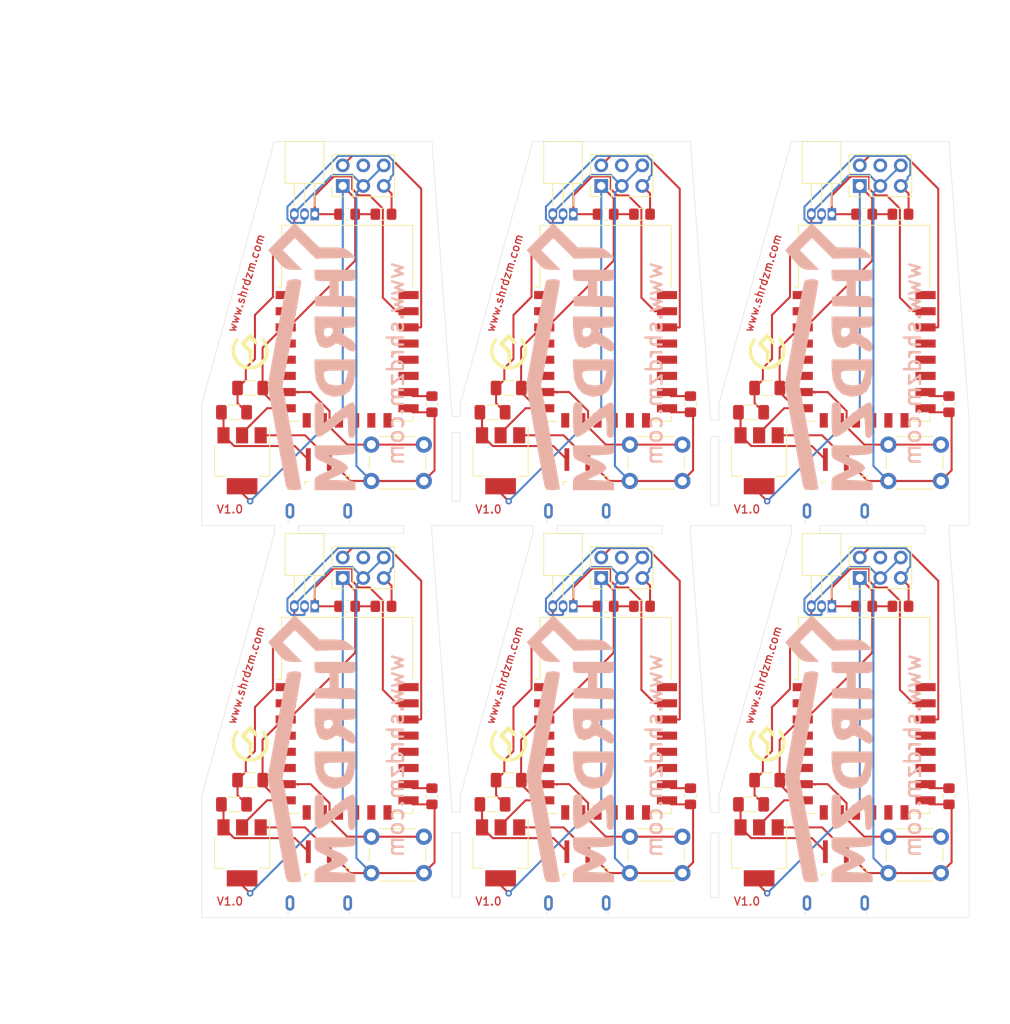
<source format=kicad_pcb>
(kicad_pcb (version 20171130) (host pcbnew "(5.1.9)-1")
  (layers (0 F.Cu signal) (31 B.Cu signal) (34 B.Paste user) (35 F.Paste user) (36 B.SilkS user) (37 F.SilkS user) (38 B.Mask user) (39 F.Mask user) (44 Edge.Cuts user))
  (net 0 "")
  (net 1 GND)
  (net 2 +5V)
  (net 3 +3V3)
  (net 4 "Net-(J2-Pad2)")
  (net 5 "Net-(J2-Pad4)")
  (net 6 "Net-(J2-Pad5)")
  (net 7 "Net-(Q1-Pad1)")
  (net 8 "Net-(R3-Pad2)")
  (net 9 "Net-(SW1-Pad1)")
  (net 10 "Net-(U2-Pad1)")
  (net 11 "Net-(U2-Pad2)")
  (net 12 "Net-(U2-Pad4)")
  (net 13 "Net-(U2-Pad5)")
  (net 14 "Net-(U2-Pad6)")
  (net 15 "Net-(U2-Pad9)")
  (net 16 "Net-(U2-Pad10)")
  (net 17 "Net-(U2-Pad11)")
  (net 18 "Net-(U2-Pad12)")
  (net 19 "Net-(U2-Pad13)")
  (net 20 "Net-(U2-Pad14)")
  (net 21 "Net-(U2-Pad17)")
  (net 22 "Net-(U2-Pad18)")
  (net 23 "Net-(U2-Pad19)")
  (net 24 "Net-(U2-Pad22)")
  (module Connector_PinHeader_2.54mm:PinHeader_2x03_P2.54mm_Vertical (layer F.Cu) (at 69.96 44 90)
    (fp_text reference J2 hide)
    (fp_text value Conn_02x03_Odd_Even)
    (pad 6 thru_hole oval (at 2.54 5.08 90) (size 1.7 1.7) (drill 1) (layers *.Cu *.Mask) (net 1 GND))
    (pad 5 thru_hole oval (at 0 5.08 90) (size 1.7 1.7) (drill 1) (layers *.Cu *.Mask) (net 6 "Net-(J2-Pad5)"))
    (pad 4 thru_hole oval (at 2.54 2.54 90) (size 1.7 1.7) (drill 1) (layers *.Cu *.Mask) (net 5 "Net-(J2-Pad4)"))
    (pad 3 thru_hole oval (at 0 2.54 90) (size 1.7 1.7) (drill 1) (layers *.Cu *.Mask) (net 1 GND))
    (pad 2 thru_hole oval (at 2.54 0 90) (size 1.7 1.7) (drill 1) (layers *.Cu *.Mask) (net 4 "Net-(J2-Pad2)"))
    (pad 1 thru_hole rect (at 0 0 90) (size 1.7 1.7) (drill 1) (layers *.Cu *.Mask) (net 3 +3V3))
  )
  (module Connector_PinHeader_2.54mm:PinHeader_2x03_P2.54mm_Vertical (layer F.Cu) (at 69.96 92.5 90)
    (fp_text reference J2 hide)
    (fp_text value Conn_02x03_Odd_Even)
    (pad 6 thru_hole oval (at 2.54 5.08 90) (size 1.7 1.7) (drill 1) (layers *.Cu *.Mask) (net 1 GND))
    (pad 5 thru_hole oval (at 0 5.08 90) (size 1.7 1.7) (drill 1) (layers *.Cu *.Mask) (net 6 "Net-(J2-Pad5)"))
    (pad 4 thru_hole oval (at 2.54 2.54 90) (size 1.7 1.7) (drill 1) (layers *.Cu *.Mask) (net 5 "Net-(J2-Pad4)"))
    (pad 3 thru_hole oval (at 0 2.54 90) (size 1.7 1.7) (drill 1) (layers *.Cu *.Mask) (net 1 GND))
    (pad 2 thru_hole oval (at 2.54 0 90) (size 1.7 1.7) (drill 1) (layers *.Cu *.Mask) (net 4 "Net-(J2-Pad2)"))
    (pad 1 thru_hole rect (at 0 0 90) (size 1.7 1.7) (drill 1) (layers *.Cu *.Mask) (net 3 +3V3))
  )
  (module Connector_PinHeader_2.54mm:PinHeader_2x03_P2.54mm_Vertical (layer F.Cu) (at 101.96 92.5 90)
    (fp_text reference J2 hide)
    (fp_text value Conn_02x03_Odd_Even)
    (pad 6 thru_hole oval (at 2.54 5.08 90) (size 1.7 1.7) (drill 1) (layers *.Cu *.Mask) (net 1 GND))
    (pad 5 thru_hole oval (at 0 5.08 90) (size 1.7 1.7) (drill 1) (layers *.Cu *.Mask) (net 6 "Net-(J2-Pad5)"))
    (pad 4 thru_hole oval (at 2.54 2.54 90) (size 1.7 1.7) (drill 1) (layers *.Cu *.Mask) (net 5 "Net-(J2-Pad4)"))
    (pad 3 thru_hole oval (at 0 2.54 90) (size 1.7 1.7) (drill 1) (layers *.Cu *.Mask) (net 1 GND))
    (pad 2 thru_hole oval (at 2.54 0 90) (size 1.7 1.7) (drill 1) (layers *.Cu *.Mask) (net 4 "Net-(J2-Pad2)"))
    (pad 1 thru_hole rect (at 0 0 90) (size 1.7 1.7) (drill 1) (layers *.Cu *.Mask) (net 3 +3V3))
  )
  (module Connector_PinHeader_2.54mm:PinHeader_2x03_P2.54mm_Vertical (layer F.Cu) (at 101.96 44 90)
    (fp_text reference J2 hide)
    (fp_text value Conn_02x03_Odd_Even)
    (pad 6 thru_hole oval (at 2.54 5.08 90) (size 1.7 1.7) (drill 1) (layers *.Cu *.Mask) (net 1 GND))
    (pad 5 thru_hole oval (at 0 5.08 90) (size 1.7 1.7) (drill 1) (layers *.Cu *.Mask) (net 6 "Net-(J2-Pad5)"))
    (pad 4 thru_hole oval (at 2.54 2.54 90) (size 1.7 1.7) (drill 1) (layers *.Cu *.Mask) (net 5 "Net-(J2-Pad4)"))
    (pad 3 thru_hole oval (at 0 2.54 90) (size 1.7 1.7) (drill 1) (layers *.Cu *.Mask) (net 1 GND))
    (pad 2 thru_hole oval (at 2.54 0 90) (size 1.7 1.7) (drill 1) (layers *.Cu *.Mask) (net 4 "Net-(J2-Pad2)"))
    (pad 1 thru_hole rect (at 0 0 90) (size 1.7 1.7) (drill 1) (layers *.Cu *.Mask) (net 3 +3V3))
  )
  (module Connector_PinHeader_2.54mm:PinHeader_2x03_P2.54mm_Vertical (layer F.Cu) (at 133.96 44 90)
    (fp_text reference J2 hide)
    (fp_text value Conn_02x03_Odd_Even)
    (pad 6 thru_hole oval (at 2.54 5.08 90) (size 1.7 1.7) (drill 1) (layers *.Cu *.Mask) (net 1 GND))
    (pad 5 thru_hole oval (at 0 5.08 90) (size 1.7 1.7) (drill 1) (layers *.Cu *.Mask) (net 6 "Net-(J2-Pad5)"))
    (pad 4 thru_hole oval (at 2.54 2.54 90) (size 1.7 1.7) (drill 1) (layers *.Cu *.Mask) (net 5 "Net-(J2-Pad4)"))
    (pad 3 thru_hole oval (at 0 2.54 90) (size 1.7 1.7) (drill 1) (layers *.Cu *.Mask) (net 1 GND))
    (pad 2 thru_hole oval (at 2.54 0 90) (size 1.7 1.7) (drill 1) (layers *.Cu *.Mask) (net 4 "Net-(J2-Pad2)"))
    (pad 1 thru_hole rect (at 0 0 90) (size 1.7 1.7) (drill 1) (layers *.Cu *.Mask) (net 3 +3V3))
  )
  (module Connector_PinHeader_2.54mm:PinHeader_2x03_P2.54mm_Vertical (layer F.Cu) (at 133.96 92.5 90)
    (fp_text reference J2 hide)
    (fp_text value Conn_02x03_Odd_Even)
    (pad 6 thru_hole oval (at 2.54 5.08 90) (size 1.7 1.7) (drill 1) (layers *.Cu *.Mask) (net 1 GND))
    (pad 5 thru_hole oval (at 0 5.08 90) (size 1.7 1.7) (drill 1) (layers *.Cu *.Mask) (net 6 "Net-(J2-Pad5)"))
    (pad 4 thru_hole oval (at 2.54 2.54 90) (size 1.7 1.7) (drill 1) (layers *.Cu *.Mask) (net 5 "Net-(J2-Pad4)"))
    (pad 3 thru_hole oval (at 0 2.54 90) (size 1.7 1.7) (drill 1) (layers *.Cu *.Mask) (net 1 GND))
    (pad 2 thru_hole oval (at 2.54 0 90) (size 1.7 1.7) (drill 1) (layers *.Cu *.Mask) (net 4 "Net-(J2-Pad2)"))
    (pad 1 thru_hole rect (at 0 0 90) (size 1.7 1.7) (drill 1) (layers *.Cu *.Mask) (net 3 +3V3))
  )
  (module Capacitor_SMD:C_1206_3216Metric_Pad1.33x1.80mm_HandSolder (layer F.Cu) (at 122.5 69 180)
    (fp_text reference C2 hide)
    (fp_text value 22uF)
    (pad 2 smd roundrect (at 1.5625 0 180) (size 1.325 1.8) (layers F.Cu F.Paste F.Mask) (roundrect_rratio 0.1886784905660377) (net 1 GND))
    (pad 1 smd roundrect (at -1.5625 0 180) (size 1.325 1.8) (layers F.Cu F.Paste F.Mask) (roundrect_rratio 0.1886784905660377) (net 3 +3V3))
  )
  (module Capacitor_SMD:C_1206_3216Metric_Pad1.33x1.80mm_HandSolder (layer F.Cu) (at 120.5 72 180)
    (fp_text reference C1 hide)
    (fp_text value 22uF)
    (pad 2 smd roundrect (at 1.5625 0 180) (size 1.325 1.8) (layers F.Cu F.Paste F.Mask) (roundrect_rratio 0.1886784905660377) (net 2 +5V))
    (pad 1 smd roundrect (at -1.5625 0 180) (size 1.325 1.8) (layers F.Cu F.Paste F.Mask) (roundrect_rratio 0.1886784905660377) (net 1 GND))
  )
  (module Resistor_SMD:R_0805_2012Metric_Pad1.20x1.40mm_HandSolder (layer F.Cu) (at 145 119.5 90)
    (fp_text reference R3 hide)
    (fp_text value 10k)
    (pad 1 smd roundrect (at -1 0 90) (size 1.2 1.4) (layers F.Cu F.Paste F.Mask) (roundrect_rratio 0.2083325) (net 1 GND))
    (pad 2 smd roundrect (at 1 0 90) (size 1.2 1.4) (layers F.Cu F.Paste F.Mask) (roundrect_rratio 0.2083325) (net 8 "Net-(R3-Pad2)"))
  )
  (module Resistor_SMD:R_0805_2012Metric_Pad1.20x1.40mm_HandSolder (layer F.Cu) (at 134.5 96 180)
    (fp_text reference R1 hide)
    (fp_text value 10k)
    (pad 1 smd roundrect (at -1 0 180) (size 1.2 1.4) (layers F.Cu F.Paste F.Mask) (roundrect_rratio 0.2083325) (net 3 +3V3))
    (pad 2 smd roundrect (at 1 0 180) (size 1.2 1.4) (layers F.Cu F.Paste F.Mask) (roundrect_rratio 0.2083325) (net 7 "Net-(Q1-Pad1)"))
  )
  (module Resistor_SMD:R_0805_2012Metric_Pad1.20x1.40mm_HandSolder (layer F.Cu) (at 139 96 180)
    (fp_text reference R2 hide)
    (fp_text value 10k)
    (pad 1 smd roundrect (at -1 0 180) (size 1.2 1.4) (layers F.Cu F.Paste F.Mask) (roundrect_rratio 0.2083325) (net 6 "Net-(J2-Pad5)"))
    (pad 2 smd roundrect (at 1 0 180) (size 1.2 1.4) (layers F.Cu F.Paste F.Mask) (roundrect_rratio 0.2083325) (net 3 +3V3))
  )
  (module "SHRDZM:SHRDZM Symbol 5x5" (layer F.Cu) (at 122.5 113)
    (fp_text reference G*** hide)
    (fp_text value LOGO hide)
  )
  (module Button_Switch_THT:SW_PUSH_6mm (layer F.Cu) (at 137.5 124.5)
    (fp_text reference SW1 hide)
    (fp_text value SW_Push)
    (pad 1 thru_hole circle (at 6.5 0 90) (size 2 2) (drill 1.1) (layers *.Cu *.Mask) (net 9 "Net-(SW1-Pad1)"))
    (pad 2 thru_hole circle (at 6.5 4.5 90) (size 2 2) (drill 1.1) (layers *.Cu *.Mask) (net 1 GND))
    (pad 1 thru_hole circle (at 0 0 90) (size 2 2) (drill 1.1) (layers *.Cu *.Mask) (net 9 "Net-(SW1-Pad1)"))
    (pad 2 thru_hole circle (at 0 4.5 90) (size 2 2) (drill 1.1) (layers *.Cu *.Mask) (net 1 GND))
  )
  (module Package_TO_SOT_THT:TO-92_Inline_Horizontal1 (layer F.Cu) (at 130.5 47.5 180)
    (fp_text reference Q1 hide)
    (fp_text value BC547)
    (pad 1 thru_hole rect (at 0 0 180) (size 1.05 1.5) (drill 0.75) (layers *.Cu *.Mask) (net 7 "Net-(Q1-Pad1)"))
    (pad 3 thru_hole oval (at 2.54 0 180) (size 1.05 1.5) (drill 0.75) (layers *.Cu *.Mask) (net 1 GND))
    (pad 2 thru_hole oval (at 1.27 0 180) (size 1.05 1.5) (drill 0.75) (layers *.Cu *.Mask) (net 6 "Net-(J2-Pad5)"))
  )
  (module SHRDZM:USB_Micro-B_Power (layer F.Cu) (at 131 83)
    (fp_text reference J1 hide)
    (fp_text value USB_B_Micro_Power)
    (pad 1 smd rect (at -1.3 -5.15) (size 0.6 2.8) (layers F.Cu F.Paste F.Mask) (net 2 +5V))
    (pad 5 smd rect (at 1.3 -5.15) (size 0.6 2.8) (layers F.Cu F.Paste F.Mask) (net 1 GND))
    (pad "" thru_hole oval (at -3.575 1.2 180) (size 1.05 1.9) (drill oval 0.45 1.25) (layers *.Cu *.Mask))
    (pad "" thru_hole oval (at 3.575 1.2) (size 1.05 1.9) (drill oval 0.45 1.25) (layers *.Cu *.Mask))
  )
  (module Package_TO_SOT_SMD:SOT-223-3_TabPin2 (layer F.Cu) (at 121.5 126.5 270)
    (fp_text reference U1 hide)
    (fp_text value AMS1117-3.3)
    (pad 1 smd rect (at -3.15 -2.3 270) (size 2 1.5) (layers F.Cu F.Paste F.Mask) (net 1 GND))
    (pad 3 smd rect (at -3.15 2.3 270) (size 2 1.5) (layers F.Cu F.Paste F.Mask) (net 2 +5V))
    (pad 2 smd rect (at -3.15 0 270) (size 2 1.5) (layers F.Cu F.Paste F.Mask) (net 3 +3V3))
    (pad 2 smd rect (at 3.15 0 270) (size 2 3.8) (layers F.Cu F.Paste F.Mask) (net 3 +3V3))
  )
  (module "SHRDZM:SHRDZM 33x11" (layer B.Cu) (at 130 113.5 270)
    (fp_text reference G*** hide)
    (fp_text value LOGO hide)
  )
  (module Capacitor_SMD:C_1206_3216Metric_Pad1.33x1.80mm_HandSolder (layer F.Cu) (at 122.5 117.5 180)
    (fp_text reference C2 hide)
    (fp_text value 22uF)
    (pad 1 smd roundrect (at -1.5625 0 180) (size 1.325 1.8) (layers F.Cu F.Paste F.Mask) (roundrect_rratio 0.1886784905660377) (net 3 +3V3))
    (pad 2 smd roundrect (at 1.5625 0 180) (size 1.325 1.8) (layers F.Cu F.Paste F.Mask) (roundrect_rratio 0.1886784905660377) (net 1 GND))
  )
  (module SHRDZM:USB_Micro-B_Power (layer F.Cu) (at 131 131.5)
    (fp_text reference J1 hide)
    (fp_text value USB_B_Micro_Power)
    (pad "" thru_hole oval (at 3.575 1.2) (size 1.05 1.9) (drill oval 0.45 1.25) (layers *.Cu *.Mask))
    (pad "" thru_hole oval (at -3.575 1.2 180) (size 1.05 1.9) (drill oval 0.45 1.25) (layers *.Cu *.Mask))
    (pad 5 smd rect (at 1.3 -5.15) (size 0.6 2.8) (layers F.Cu F.Paste F.Mask) (net 1 GND))
    (pad 1 smd rect (at -1.3 -5.15) (size 0.6 2.8) (layers F.Cu F.Paste F.Mask) (net 2 +5V))
  )
  (module Package_TO_SOT_THT:TO-92_Inline_Horizontal1 (layer F.Cu) (at 130.5 96 180)
    (fp_text reference Q1 hide)
    (fp_text value BC547)
    (pad 2 thru_hole oval (at 1.27 0 180) (size 1.05 1.5) (drill 0.75) (layers *.Cu *.Mask) (net 6 "Net-(J2-Pad5)"))
    (pad 3 thru_hole oval (at 2.54 0 180) (size 1.05 1.5) (drill 0.75) (layers *.Cu *.Mask) (net 1 GND))
    (pad 1 thru_hole rect (at 0 0 180) (size 1.05 1.5) (drill 0.75) (layers *.Cu *.Mask) (net 7 "Net-(Q1-Pad1)"))
  )
  (module Resistor_SMD:R_0805_2012Metric_Pad1.20x1.40mm_HandSolder (layer F.Cu) (at 134.5 47.5 180)
    (fp_text reference R1 hide)
    (fp_text value 10k)
    (pad 2 smd roundrect (at 1 0 180) (size 1.2 1.4) (layers F.Cu F.Paste F.Mask) (roundrect_rratio 0.2083325) (net 7 "Net-(Q1-Pad1)"))
    (pad 1 smd roundrect (at -1 0 180) (size 1.2 1.4) (layers F.Cu F.Paste F.Mask) (roundrect_rratio 0.2083325) (net 3 +3V3))
  )
  (module Capacitor_SMD:C_1206_3216Metric_Pad1.33x1.80mm_HandSolder (layer F.Cu) (at 120.5 120.5 180)
    (fp_text reference C1 hide)
    (fp_text value 22uF)
    (pad 1 smd roundrect (at -1.5625 0 180) (size 1.325 1.8) (layers F.Cu F.Paste F.Mask) (roundrect_rratio 0.1886784905660377) (net 1 GND))
    (pad 2 smd roundrect (at 1.5625 0 180) (size 1.325 1.8) (layers F.Cu F.Paste F.Mask) (roundrect_rratio 0.1886784905660377) (net 2 +5V))
  )
  (module "SHRDZM:SHRDZM 33x11" (layer B.Cu) (at 130 65 270)
    (fp_text reference G*** hide)
    (fp_text value LOGO hide)
  )
  (module Resistor_SMD:R_0805_2012Metric_Pad1.20x1.40mm_HandSolder (layer F.Cu) (at 145 71 90)
    (fp_text reference R3 hide)
    (fp_text value 10k)
    (pad 2 smd roundrect (at 1 0 90) (size 1.2 1.4) (layers F.Cu F.Paste F.Mask) (roundrect_rratio 0.2083325) (net 8 "Net-(R3-Pad2)"))
    (pad 1 smd roundrect (at -1 0 90) (size 1.2 1.4) (layers F.Cu F.Paste F.Mask) (roundrect_rratio 0.2083325) (net 1 GND))
  )
  (module Package_TO_SOT_SMD:SOT-223-3_TabPin2 (layer F.Cu) (at 121.5 78 270)
    (fp_text reference U1 hide)
    (fp_text value AMS1117-3.3)
    (pad 2 smd rect (at 3.15 0 270) (size 2 3.8) (layers F.Cu F.Paste F.Mask) (net 3 +3V3))
    (pad 2 smd rect (at -3.15 0 270) (size 2 1.5) (layers F.Cu F.Paste F.Mask) (net 3 +3V3))
    (pad 3 smd rect (at -3.15 2.3 270) (size 2 1.5) (layers F.Cu F.Paste F.Mask) (net 2 +5V))
    (pad 1 smd rect (at -3.15 -2.3 270) (size 2 1.5) (layers F.Cu F.Paste F.Mask) (net 1 GND))
  )
  (module RF_Module:ESP-12E (layer F.Cu) (at 134.5 61)
    (fp_text reference U2 hide)
    (fp_text value ESP-12F)
    (pad 1 smd rect (at -7.6 -3.5) (size 2.5 1) (layers F.Cu F.Paste F.Mask) (net 10 "Net-(U2-Pad1)"))
    (pad 2 smd rect (at -7.6 -1.5) (size 2.5 1) (layers F.Cu F.Paste F.Mask) (net 11 "Net-(U2-Pad2)"))
    (pad 3 smd rect (at -7.6 0.5) (size 2.5 1) (layers F.Cu F.Paste F.Mask) (net 3 +3V3))
    (pad 4 smd rect (at -7.6 2.5) (size 2.5 1) (layers F.Cu F.Paste F.Mask) (net 12 "Net-(U2-Pad4)"))
    (pad 5 smd rect (at -7.6 4.5) (size 2.5 1) (layers F.Cu F.Paste F.Mask) (net 13 "Net-(U2-Pad5)"))
    (pad 6 smd rect (at -7.6 6.5) (size 2.5 1) (layers F.Cu F.Paste F.Mask) (net 14 "Net-(U2-Pad6)"))
    (pad 7 smd rect (at -7.6 8.5) (size 2.5 1) (layers F.Cu F.Paste F.Mask) (net 9 "Net-(SW1-Pad1)"))
    (pad 8 smd rect (at -7.6 10.5) (size 2.5 1) (layers F.Cu F.Paste F.Mask) (net 3 +3V3))
    (pad 9 smd rect (at -5 12) (size 1 1.8) (layers F.Cu F.Paste F.Mask) (net 15 "Net-(U2-Pad9)"))
    (pad 10 smd rect (at -3 12) (size 1 1.8) (layers F.Cu F.Paste F.Mask) (net 16 "Net-(U2-Pad10)"))
    (pad 11 smd rect (at -1 12) (size 1 1.8) (layers F.Cu F.Paste F.Mask) (net 17 "Net-(U2-Pad11)"))
    (pad 12 smd rect (at 1 12) (size 1 1.8) (layers F.Cu F.Paste F.Mask) (net 18 "Net-(U2-Pad12)"))
    (pad 13 smd rect (at 3 12) (size 1 1.8) (layers F.Cu F.Paste F.Mask) (net 19 "Net-(U2-Pad13)"))
    (pad 14 smd rect (at 5 12) (size 1 1.8) (layers F.Cu F.Paste F.Mask) (net 20 "Net-(U2-Pad14)"))
    (pad 15 smd rect (at 7.6 10.5) (size 2.5 1) (layers F.Cu F.Paste F.Mask) (net 1 GND))
    (pad 16 smd rect (at 7.6 8.5) (size 2.5 1) (layers F.Cu F.Paste F.Mask) (net 8 "Net-(R3-Pad2)"))
    (pad 17 smd rect (at 7.6 6.5) (size 2.5 1) (layers F.Cu F.Paste F.Mask) (net 21 "Net-(U2-Pad17)"))
    (pad 18 smd rect (at 7.6 4.5) (size 2.5 1) (layers F.Cu F.Paste F.Mask) (net 22 "Net-(U2-Pad18)"))
    (pad 19 smd rect (at 7.6 2.5) (size 2.5 1) (layers F.Cu F.Paste F.Mask) (net 23 "Net-(U2-Pad19)"))
    (pad 20 smd rect (at 7.6 0.5) (size 2.5 1) (layers F.Cu F.Paste F.Mask) (net 4 "Net-(J2-Pad2)"))
    (pad 21 smd rect (at 7.6 -1.5) (size 2.5 1) (layers F.Cu F.Paste F.Mask) (net 7 "Net-(Q1-Pad1)"))
    (pad 22 smd rect (at 7.6 -3.5) (size 2.5 1) (layers F.Cu F.Paste F.Mask) (net 24 "Net-(U2-Pad22)"))
  )
  (module "SHRDZM:SHRDZM Symbol 5x5" (layer F.Cu) (at 122.5 64.5)
    (fp_text reference G*** hide)
    (fp_text value LOGO hide)
  )
  (module Button_Switch_THT:SW_PUSH_6mm (layer F.Cu) (at 137.5 76)
    (fp_text reference SW1 hide)
    (fp_text value SW_Push)
    (pad 2 thru_hole circle (at 0 4.5 90) (size 2 2) (drill 1.1) (layers *.Cu *.Mask) (net 1 GND))
    (pad 1 thru_hole circle (at 0 0 90) (size 2 2) (drill 1.1) (layers *.Cu *.Mask) (net 9 "Net-(SW1-Pad1)"))
    (pad 2 thru_hole circle (at 6.5 4.5 90) (size 2 2) (drill 1.1) (layers *.Cu *.Mask) (net 1 GND))
    (pad 1 thru_hole circle (at 6.5 0 90) (size 2 2) (drill 1.1) (layers *.Cu *.Mask) (net 9 "Net-(SW1-Pad1)"))
  )
  (module RF_Module:ESP-12E (layer F.Cu) (at 134.5 109.5)
    (fp_text reference U2 hide)
    (fp_text value ESP-12F)
    (pad 22 smd rect (at 7.6 -3.5) (size 2.5 1) (layers F.Cu F.Paste F.Mask) (net 24 "Net-(U2-Pad22)"))
    (pad 21 smd rect (at 7.6 -1.5) (size 2.5 1) (layers F.Cu F.Paste F.Mask) (net 7 "Net-(Q1-Pad1)"))
    (pad 20 smd rect (at 7.6 0.5) (size 2.5 1) (layers F.Cu F.Paste F.Mask) (net 4 "Net-(J2-Pad2)"))
    (pad 19 smd rect (at 7.6 2.5) (size 2.5 1) (layers F.Cu F.Paste F.Mask) (net 23 "Net-(U2-Pad19)"))
    (pad 18 smd rect (at 7.6 4.5) (size 2.5 1) (layers F.Cu F.Paste F.Mask) (net 22 "Net-(U2-Pad18)"))
    (pad 17 smd rect (at 7.6 6.5) (size 2.5 1) (layers F.Cu F.Paste F.Mask) (net 21 "Net-(U2-Pad17)"))
    (pad 16 smd rect (at 7.6 8.5) (size 2.5 1) (layers F.Cu F.Paste F.Mask) (net 8 "Net-(R3-Pad2)"))
    (pad 15 smd rect (at 7.6 10.5) (size 2.5 1) (layers F.Cu F.Paste F.Mask) (net 1 GND))
    (pad 14 smd rect (at 5 12) (size 1 1.8) (layers F.Cu F.Paste F.Mask) (net 20 "Net-(U2-Pad14)"))
    (pad 13 smd rect (at 3 12) (size 1 1.8) (layers F.Cu F.Paste F.Mask) (net 19 "Net-(U2-Pad13)"))
    (pad 12 smd rect (at 1 12) (size 1 1.8) (layers F.Cu F.Paste F.Mask) (net 18 "Net-(U2-Pad12)"))
    (pad 11 smd rect (at -1 12) (size 1 1.8) (layers F.Cu F.Paste F.Mask) (net 17 "Net-(U2-Pad11)"))
    (pad 10 smd rect (at -3 12) (size 1 1.8) (layers F.Cu F.Paste F.Mask) (net 16 "Net-(U2-Pad10)"))
    (pad 9 smd rect (at -5 12) (size 1 1.8) (layers F.Cu F.Paste F.Mask) (net 15 "Net-(U2-Pad9)"))
    (pad 8 smd rect (at -7.6 10.5) (size 2.5 1) (layers F.Cu F.Paste F.Mask) (net 3 +3V3))
    (pad 7 smd rect (at -7.6 8.5) (size 2.5 1) (layers F.Cu F.Paste F.Mask) (net 9 "Net-(SW1-Pad1)"))
    (pad 6 smd rect (at -7.6 6.5) (size 2.5 1) (layers F.Cu F.Paste F.Mask) (net 14 "Net-(U2-Pad6)"))
    (pad 5 smd rect (at -7.6 4.5) (size 2.5 1) (layers F.Cu F.Paste F.Mask) (net 13 "Net-(U2-Pad5)"))
    (pad 4 smd rect (at -7.6 2.5) (size 2.5 1) (layers F.Cu F.Paste F.Mask) (net 12 "Net-(U2-Pad4)"))
    (pad 3 smd rect (at -7.6 0.5) (size 2.5 1) (layers F.Cu F.Paste F.Mask) (net 3 +3V3))
    (pad 2 smd rect (at -7.6 -1.5) (size 2.5 1) (layers F.Cu F.Paste F.Mask) (net 11 "Net-(U2-Pad2)"))
    (pad 1 smd rect (at -7.6 -3.5) (size 2.5 1) (layers F.Cu F.Paste F.Mask) (net 10 "Net-(U2-Pad1)"))
  )
  (module Resistor_SMD:R_0805_2012Metric_Pad1.20x1.40mm_HandSolder (layer F.Cu) (at 139 47.5 180)
    (fp_text reference R2 hide)
    (fp_text value 10k)
    (pad 2 smd roundrect (at 1 0 180) (size 1.2 1.4) (layers F.Cu F.Paste F.Mask) (roundrect_rratio 0.2083325) (net 3 +3V3))
    (pad 1 smd roundrect (at -1 0 180) (size 1.2 1.4) (layers F.Cu F.Paste F.Mask) (roundrect_rratio 0.2083325) (net 6 "Net-(J2-Pad5)"))
  )
  (module Capacitor_SMD:C_1206_3216Metric_Pad1.33x1.80mm_HandSolder (layer F.Cu) (at 90.5 69 180)
    (fp_text reference C2 hide)
    (fp_text value 22uF)
    (pad 1 smd roundrect (at -1.5625 0 180) (size 1.325 1.8) (layers F.Cu F.Paste F.Mask) (roundrect_rratio 0.1886784905660377) (net 3 +3V3))
    (pad 2 smd roundrect (at 1.5625 0 180) (size 1.325 1.8) (layers F.Cu F.Paste F.Mask) (roundrect_rratio 0.1886784905660377) (net 1 GND))
  )
  (module Capacitor_SMD:C_1206_3216Metric_Pad1.33x1.80mm_HandSolder (layer F.Cu) (at 88.5 72 180)
    (fp_text reference C1 hide)
    (fp_text value 22uF)
    (pad 1 smd roundrect (at -1.5625 0 180) (size 1.325 1.8) (layers F.Cu F.Paste F.Mask) (roundrect_rratio 0.1886784905660377) (net 1 GND))
    (pad 2 smd roundrect (at 1.5625 0 180) (size 1.325 1.8) (layers F.Cu F.Paste F.Mask) (roundrect_rratio 0.1886784905660377) (net 2 +5V))
  )
  (module Resistor_SMD:R_0805_2012Metric_Pad1.20x1.40mm_HandSolder (layer F.Cu) (at 113 119.5 90)
    (fp_text reference R3 hide)
    (fp_text value 10k)
    (pad 2 smd roundrect (at 1 0 90) (size 1.2 1.4) (layers F.Cu F.Paste F.Mask) (roundrect_rratio 0.2083325) (net 8 "Net-(R3-Pad2)"))
    (pad 1 smd roundrect (at -1 0 90) (size 1.2 1.4) (layers F.Cu F.Paste F.Mask) (roundrect_rratio 0.2083325) (net 1 GND))
  )
  (module Resistor_SMD:R_0805_2012Metric_Pad1.20x1.40mm_HandSolder (layer F.Cu) (at 102.5 96 180)
    (fp_text reference R1 hide)
    (fp_text value 10k)
    (pad 2 smd roundrect (at 1 0 180) (size 1.2 1.4) (layers F.Cu F.Paste F.Mask) (roundrect_rratio 0.2083325) (net 7 "Net-(Q1-Pad1)"))
    (pad 1 smd roundrect (at -1 0 180) (size 1.2 1.4) (layers F.Cu F.Paste F.Mask) (roundrect_rratio 0.2083325) (net 3 +3V3))
  )
  (module Resistor_SMD:R_0805_2012Metric_Pad1.20x1.40mm_HandSolder (layer F.Cu) (at 107 96 180)
    (fp_text reference R2 hide)
    (fp_text value 10k)
    (pad 2 smd roundrect (at 1 0 180) (size 1.2 1.4) (layers F.Cu F.Paste F.Mask) (roundrect_rratio 0.2083325) (net 3 +3V3))
    (pad 1 smd roundrect (at -1 0 180) (size 1.2 1.4) (layers F.Cu F.Paste F.Mask) (roundrect_rratio 0.2083325) (net 6 "Net-(J2-Pad5)"))
  )
  (module "SHRDZM:SHRDZM Symbol 5x5" (layer F.Cu) (at 90.5 113)
    (fp_text reference G*** hide)
    (fp_text value LOGO hide)
  )
  (module Button_Switch_THT:SW_PUSH_6mm (layer F.Cu) (at 105.5 124.5)
    (fp_text reference SW1 hide)
    (fp_text value SW_Push)
    (pad 2 thru_hole circle (at 0 4.5 90) (size 2 2) (drill 1.1) (layers *.Cu *.Mask) (net 1 GND))
    (pad 1 thru_hole circle (at 0 0 90) (size 2 2) (drill 1.1) (layers *.Cu *.Mask) (net 9 "Net-(SW1-Pad1)"))
    (pad 2 thru_hole circle (at 6.5 4.5 90) (size 2 2) (drill 1.1) (layers *.Cu *.Mask) (net 1 GND))
    (pad 1 thru_hole circle (at 6.5 0 90) (size 2 2) (drill 1.1) (layers *.Cu *.Mask) (net 9 "Net-(SW1-Pad1)"))
  )
  (module Package_TO_SOT_THT:TO-92_Inline_Horizontal1 (layer F.Cu) (at 98.5 47.5 180)
    (fp_text reference Q1 hide)
    (fp_text value BC547)
    (pad 2 thru_hole oval (at 1.27 0 180) (size 1.05 1.5) (drill 0.75) (layers *.Cu *.Mask) (net 6 "Net-(J2-Pad5)"))
    (pad 3 thru_hole oval (at 2.54 0 180) (size 1.05 1.5) (drill 0.75) (layers *.Cu *.Mask) (net 1 GND))
    (pad 1 thru_hole rect (at 0 0 180) (size 1.05 1.5) (drill 0.75) (layers *.Cu *.Mask) (net 7 "Net-(Q1-Pad1)"))
  )
  (module SHRDZM:USB_Micro-B_Power (layer F.Cu) (at 99 83)
    (fp_text reference J1 hide)
    (fp_text value USB_B_Micro_Power)
    (pad "" thru_hole oval (at 3.575 1.2) (size 1.05 1.9) (drill oval 0.45 1.25) (layers *.Cu *.Mask))
    (pad "" thru_hole oval (at -3.575 1.2 180) (size 1.05 1.9) (drill oval 0.45 1.25) (layers *.Cu *.Mask))
    (pad 5 smd rect (at 1.3 -5.15) (size 0.6 2.8) (layers F.Cu F.Paste F.Mask) (net 1 GND))
    (pad 1 smd rect (at -1.3 -5.15) (size 0.6 2.8) (layers F.Cu F.Paste F.Mask) (net 2 +5V))
  )
  (module Package_TO_SOT_SMD:SOT-223-3_TabPin2 (layer F.Cu) (at 89.5 126.5 270)
    (fp_text reference U1 hide)
    (fp_text value AMS1117-3.3)
    (pad 2 smd rect (at 3.15 0 270) (size 2 3.8) (layers F.Cu F.Paste F.Mask) (net 3 +3V3))
    (pad 2 smd rect (at -3.15 0 270) (size 2 1.5) (layers F.Cu F.Paste F.Mask) (net 3 +3V3))
    (pad 3 smd rect (at -3.15 2.3 270) (size 2 1.5) (layers F.Cu F.Paste F.Mask) (net 2 +5V))
    (pad 1 smd rect (at -3.15 -2.3 270) (size 2 1.5) (layers F.Cu F.Paste F.Mask) (net 1 GND))
  )
  (module "SHRDZM:SHRDZM 33x11" (layer B.Cu) (at 98 113.5 270)
    (fp_text reference G*** hide)
    (fp_text value LOGO hide)
  )
  (module RF_Module:ESP-12E (layer F.Cu) (at 102.5 109.5)
    (fp_text reference U2 hide)
    (fp_text value ESP-12F)
    (pad 1 smd rect (at -7.6 -3.5) (size 2.5 1) (layers F.Cu F.Paste F.Mask) (net 10 "Net-(U2-Pad1)"))
    (pad 2 smd rect (at -7.6 -1.5) (size 2.5 1) (layers F.Cu F.Paste F.Mask) (net 11 "Net-(U2-Pad2)"))
    (pad 3 smd rect (at -7.6 0.5) (size 2.5 1) (layers F.Cu F.Paste F.Mask) (net 3 +3V3))
    (pad 4 smd rect (at -7.6 2.5) (size 2.5 1) (layers F.Cu F.Paste F.Mask) (net 12 "Net-(U2-Pad4)"))
    (pad 5 smd rect (at -7.6 4.5) (size 2.5 1) (layers F.Cu F.Paste F.Mask) (net 13 "Net-(U2-Pad5)"))
    (pad 6 smd rect (at -7.6 6.5) (size 2.5 1) (layers F.Cu F.Paste F.Mask) (net 14 "Net-(U2-Pad6)"))
    (pad 7 smd rect (at -7.6 8.5) (size 2.5 1) (layers F.Cu F.Paste F.Mask) (net 9 "Net-(SW1-Pad1)"))
    (pad 8 smd rect (at -7.6 10.5) (size 2.5 1) (layers F.Cu F.Paste F.Mask) (net 3 +3V3))
    (pad 9 smd rect (at -5 12) (size 1 1.8) (layers F.Cu F.Paste F.Mask) (net 15 "Net-(U2-Pad9)"))
    (pad 10 smd rect (at -3 12) (size 1 1.8) (layers F.Cu F.Paste F.Mask) (net 16 "Net-(U2-Pad10)"))
    (pad 11 smd rect (at -1 12) (size 1 1.8) (layers F.Cu F.Paste F.Mask) (net 17 "Net-(U2-Pad11)"))
    (pad 12 smd rect (at 1 12) (size 1 1.8) (layers F.Cu F.Paste F.Mask) (net 18 "Net-(U2-Pad12)"))
    (pad 13 smd rect (at 3 12) (size 1 1.8) (layers F.Cu F.Paste F.Mask) (net 19 "Net-(U2-Pad13)"))
    (pad 14 smd rect (at 5 12) (size 1 1.8) (layers F.Cu F.Paste F.Mask) (net 20 "Net-(U2-Pad14)"))
    (pad 15 smd rect (at 7.6 10.5) (size 2.5 1) (layers F.Cu F.Paste F.Mask) (net 1 GND))
    (pad 16 smd rect (at 7.6 8.5) (size 2.5 1) (layers F.Cu F.Paste F.Mask) (net 8 "Net-(R3-Pad2)"))
    (pad 17 smd rect (at 7.6 6.5) (size 2.5 1) (layers F.Cu F.Paste F.Mask) (net 21 "Net-(U2-Pad17)"))
    (pad 18 smd rect (at 7.6 4.5) (size 2.5 1) (layers F.Cu F.Paste F.Mask) (net 22 "Net-(U2-Pad18)"))
    (pad 19 smd rect (at 7.6 2.5) (size 2.5 1) (layers F.Cu F.Paste F.Mask) (net 23 "Net-(U2-Pad19)"))
    (pad 20 smd rect (at 7.6 0.5) (size 2.5 1) (layers F.Cu F.Paste F.Mask) (net 4 "Net-(J2-Pad2)"))
    (pad 21 smd rect (at 7.6 -1.5) (size 2.5 1) (layers F.Cu F.Paste F.Mask) (net 7 "Net-(Q1-Pad1)"))
    (pad 22 smd rect (at 7.6 -3.5) (size 2.5 1) (layers F.Cu F.Paste F.Mask) (net 24 "Net-(U2-Pad22)"))
  )
  (module Capacitor_SMD:C_1206_3216Metric_Pad1.33x1.80mm_HandSolder (layer F.Cu) (at 90.5 117.5 180)
    (fp_text reference C2 hide)
    (fp_text value 22uF)
    (pad 2 smd roundrect (at 1.5625 0 180) (size 1.325 1.8) (layers F.Cu F.Paste F.Mask) (roundrect_rratio 0.1886784905660377) (net 1 GND))
    (pad 1 smd roundrect (at -1.5625 0 180) (size 1.325 1.8) (layers F.Cu F.Paste F.Mask) (roundrect_rratio 0.1886784905660377) (net 3 +3V3))
  )
  (module Package_TO_SOT_THT:TO-92_Inline_Horizontal1 (layer F.Cu) (at 98.5 96 180)
    (fp_text reference Q1 hide)
    (fp_text value BC547)
    (pad 1 thru_hole rect (at 0 0 180) (size 1.05 1.5) (drill 0.75) (layers *.Cu *.Mask) (net 7 "Net-(Q1-Pad1)"))
    (pad 3 thru_hole oval (at 2.54 0 180) (size 1.05 1.5) (drill 0.75) (layers *.Cu *.Mask) (net 1 GND))
    (pad 2 thru_hole oval (at 1.27 0 180) (size 1.05 1.5) (drill 0.75) (layers *.Cu *.Mask) (net 6 "Net-(J2-Pad5)"))
  )
  (module SHRDZM:USB_Micro-B_Power (layer F.Cu) (at 99 131.5)
    (fp_text reference J1 hide)
    (fp_text value USB_B_Micro_Power)
    (pad 1 smd rect (at -1.3 -5.15) (size 0.6 2.8) (layers F.Cu F.Paste F.Mask) (net 2 +5V))
    (pad 5 smd rect (at 1.3 -5.15) (size 0.6 2.8) (layers F.Cu F.Paste F.Mask) (net 1 GND))
    (pad "" thru_hole oval (at -3.575 1.2 180) (size 1.05 1.9) (drill oval 0.45 1.25) (layers *.Cu *.Mask))
    (pad "" thru_hole oval (at 3.575 1.2) (size 1.05 1.9) (drill oval 0.45 1.25) (layers *.Cu *.Mask))
  )
  (module Capacitor_SMD:C_1206_3216Metric_Pad1.33x1.80mm_HandSolder (layer F.Cu) (at 88.5 120.5 180)
    (fp_text reference C1 hide)
    (fp_text value 22uF)
    (pad 2 smd roundrect (at 1.5625 0 180) (size 1.325 1.8) (layers F.Cu F.Paste F.Mask) (roundrect_rratio 0.1886784905660377) (net 2 +5V))
    (pad 1 smd roundrect (at -1.5625 0 180) (size 1.325 1.8) (layers F.Cu F.Paste F.Mask) (roundrect_rratio 0.1886784905660377) (net 1 GND))
  )
  (module "SHRDZM:SHRDZM 33x11" (layer B.Cu) (at 98 65 270)
    (fp_text reference G*** hide)
    (fp_text value LOGO hide)
  )
  (module Resistor_SMD:R_0805_2012Metric_Pad1.20x1.40mm_HandSolder (layer F.Cu) (at 113 71 90)
    (fp_text reference R3 hide)
    (fp_text value 10k)
    (pad 1 smd roundrect (at -1 0 90) (size 1.2 1.4) (layers F.Cu F.Paste F.Mask) (roundrect_rratio 0.2083325) (net 1 GND))
    (pad 2 smd roundrect (at 1 0 90) (size 1.2 1.4) (layers F.Cu F.Paste F.Mask) (roundrect_rratio 0.2083325) (net 8 "Net-(R3-Pad2)"))
  )
  (module Resistor_SMD:R_0805_2012Metric_Pad1.20x1.40mm_HandSolder (layer F.Cu) (at 102.5 47.5 180)
    (fp_text reference R1 hide)
    (fp_text value 10k)
    (pad 1 smd roundrect (at -1 0 180) (size 1.2 1.4) (layers F.Cu F.Paste F.Mask) (roundrect_rratio 0.2083325) (net 3 +3V3))
    (pad 2 smd roundrect (at 1 0 180) (size 1.2 1.4) (layers F.Cu F.Paste F.Mask) (roundrect_rratio 0.2083325) (net 7 "Net-(Q1-Pad1)"))
  )
  (module Resistor_SMD:R_0805_2012Metric_Pad1.20x1.40mm_HandSolder (layer F.Cu) (at 107 47.5 180)
    (fp_text reference R2 hide)
    (fp_text value 10k)
    (pad 1 smd roundrect (at -1 0 180) (size 1.2 1.4) (layers F.Cu F.Paste F.Mask) (roundrect_rratio 0.2083325) (net 6 "Net-(J2-Pad5)"))
    (pad 2 smd roundrect (at 1 0 180) (size 1.2 1.4) (layers F.Cu F.Paste F.Mask) (roundrect_rratio 0.2083325) (net 3 +3V3))
  )
  (module Package_TO_SOT_SMD:SOT-223-3_TabPin2 (layer F.Cu) (at 89.5 78 270)
    (fp_text reference U1 hide)
    (fp_text value AMS1117-3.3)
    (pad 1 smd rect (at -3.15 -2.3 270) (size 2 1.5) (layers F.Cu F.Paste F.Mask) (net 1 GND))
    (pad 3 smd rect (at -3.15 2.3 270) (size 2 1.5) (layers F.Cu F.Paste F.Mask) (net 2 +5V))
    (pad 2 smd rect (at -3.15 0 270) (size 2 1.5) (layers F.Cu F.Paste F.Mask) (net 3 +3V3))
    (pad 2 smd rect (at 3.15 0 270) (size 2 3.8) (layers F.Cu F.Paste F.Mask) (net 3 +3V3))
  )
  (module RF_Module:ESP-12E (layer F.Cu) (at 102.5 61)
    (fp_text reference U2 hide)
    (fp_text value ESP-12F)
    (pad 22 smd rect (at 7.6 -3.5) (size 2.5 1) (layers F.Cu F.Paste F.Mask) (net 24 "Net-(U2-Pad22)"))
    (pad 21 smd rect (at 7.6 -1.5) (size 2.5 1) (layers F.Cu F.Paste F.Mask) (net 7 "Net-(Q1-Pad1)"))
    (pad 20 smd rect (at 7.6 0.5) (size 2.5 1) (layers F.Cu F.Paste F.Mask) (net 4 "Net-(J2-Pad2)"))
    (pad 19 smd rect (at 7.6 2.5) (size 2.5 1) (layers F.Cu F.Paste F.Mask) (net 23 "Net-(U2-Pad19)"))
    (pad 18 smd rect (at 7.6 4.5) (size 2.5 1) (layers F.Cu F.Paste F.Mask) (net 22 "Net-(U2-Pad18)"))
    (pad 17 smd rect (at 7.6 6.5) (size 2.5 1) (layers F.Cu F.Paste F.Mask) (net 21 "Net-(U2-Pad17)"))
    (pad 16 smd rect (at 7.6 8.5) (size 2.5 1) (layers F.Cu F.Paste F.Mask) (net 8 "Net-(R3-Pad2)"))
    (pad 15 smd rect (at 7.6 10.5) (size 2.5 1) (layers F.Cu F.Paste F.Mask) (net 1 GND))
    (pad 14 smd rect (at 5 12) (size 1 1.8) (layers F.Cu F.Paste F.Mask) (net 20 "Net-(U2-Pad14)"))
    (pad 13 smd rect (at 3 12) (size 1 1.8) (layers F.Cu F.Paste F.Mask) (net 19 "Net-(U2-Pad13)"))
    (pad 12 smd rect (at 1 12) (size 1 1.8) (layers F.Cu F.Paste F.Mask) (net 18 "Net-(U2-Pad12)"))
    (pad 11 smd rect (at -1 12) (size 1 1.8) (layers F.Cu F.Paste F.Mask) (net 17 "Net-(U2-Pad11)"))
    (pad 10 smd rect (at -3 12) (size 1 1.8) (layers F.Cu F.Paste F.Mask) (net 16 "Net-(U2-Pad10)"))
    (pad 9 smd rect (at -5 12) (size 1 1.8) (layers F.Cu F.Paste F.Mask) (net 15 "Net-(U2-Pad9)"))
    (pad 8 smd rect (at -7.6 10.5) (size 2.5 1) (layers F.Cu F.Paste F.Mask) (net 3 +3V3))
    (pad 7 smd rect (at -7.6 8.5) (size 2.5 1) (layers F.Cu F.Paste F.Mask) (net 9 "Net-(SW1-Pad1)"))
    (pad 6 smd rect (at -7.6 6.5) (size 2.5 1) (layers F.Cu F.Paste F.Mask) (net 14 "Net-(U2-Pad6)"))
    (pad 5 smd rect (at -7.6 4.5) (size 2.5 1) (layers F.Cu F.Paste F.Mask) (net 13 "Net-(U2-Pad5)"))
    (pad 4 smd rect (at -7.6 2.5) (size 2.5 1) (layers F.Cu F.Paste F.Mask) (net 12 "Net-(U2-Pad4)"))
    (pad 3 smd rect (at -7.6 0.5) (size 2.5 1) (layers F.Cu F.Paste F.Mask) (net 3 +3V3))
    (pad 2 smd rect (at -7.6 -1.5) (size 2.5 1) (layers F.Cu F.Paste F.Mask) (net 11 "Net-(U2-Pad2)"))
    (pad 1 smd rect (at -7.6 -3.5) (size 2.5 1) (layers F.Cu F.Paste F.Mask) (net 10 "Net-(U2-Pad1)"))
  )
  (module "SHRDZM:SHRDZM Symbol 5x5" (layer F.Cu) (at 90.5 64.5)
    (fp_text reference G*** hide)
    (fp_text value LOGO hide)
  )
  (module Button_Switch_THT:SW_PUSH_6mm (layer F.Cu) (at 105.5 76)
    (fp_text reference SW1 hide)
    (fp_text value SW_Push)
    (pad 1 thru_hole circle (at 6.5 0 90) (size 2 2) (drill 1.1) (layers *.Cu *.Mask) (net 9 "Net-(SW1-Pad1)"))
    (pad 2 thru_hole circle (at 6.5 4.5 90) (size 2 2) (drill 1.1) (layers *.Cu *.Mask) (net 1 GND))
    (pad 1 thru_hole circle (at 0 0 90) (size 2 2) (drill 1.1) (layers *.Cu *.Mask) (net 9 "Net-(SW1-Pad1)"))
    (pad 2 thru_hole circle (at 0 4.5 90) (size 2 2) (drill 1.1) (layers *.Cu *.Mask) (net 1 GND))
  )
  (module Capacitor_SMD:C_1206_3216Metric_Pad1.33x1.80mm_HandSolder (layer F.Cu) (at 58.5 117.5 180)
    (fp_text reference C2 hide)
    (fp_text value 22uF)
    (pad 1 smd roundrect (at -1.5625 0 180) (size 1.325 1.8) (layers F.Cu F.Paste F.Mask) (roundrect_rratio 0.1886784905660377) (net 3 +3V3))
    (pad 2 smd roundrect (at 1.5625 0 180) (size 1.325 1.8) (layers F.Cu F.Paste F.Mask) (roundrect_rratio 0.1886784905660377) (net 1 GND))
  )
  (module Capacitor_SMD:C_1206_3216Metric_Pad1.33x1.80mm_HandSolder (layer F.Cu) (at 56.5 120.5 180)
    (fp_text reference C1 hide)
    (fp_text value 22uF)
    (pad 1 smd roundrect (at -1.5625 0 180) (size 1.325 1.8) (layers F.Cu F.Paste F.Mask) (roundrect_rratio 0.1886784905660377) (net 1 GND))
    (pad 2 smd roundrect (at 1.5625 0 180) (size 1.325 1.8) (layers F.Cu F.Paste F.Mask) (roundrect_rratio 0.1886784905660377) (net 2 +5V))
  )
  (module Package_TO_SOT_THT:TO-92_Inline_Horizontal1 (layer F.Cu) (at 66.5 96 180)
    (fp_text reference Q1 hide)
    (fp_text value BC547)
    (pad 2 thru_hole oval (at 1.27 0 180) (size 1.05 1.5) (drill 0.75) (layers *.Cu *.Mask) (net 6 "Net-(J2-Pad5)"))
    (pad 3 thru_hole oval (at 2.54 0 180) (size 1.05 1.5) (drill 0.75) (layers *.Cu *.Mask) (net 1 GND))
    (pad 1 thru_hole rect (at 0 0 180) (size 1.05 1.5) (drill 0.75) (layers *.Cu *.Mask) (net 7 "Net-(Q1-Pad1)"))
  )
  (module SHRDZM:USB_Micro-B_Power (layer F.Cu) (at 67 131.5)
    (fp_text reference J1 hide)
    (fp_text value USB_B_Micro_Power)
    (pad "" thru_hole oval (at 3.575 1.2) (size 1.05 1.9) (drill oval 0.45 1.25) (layers *.Cu *.Mask))
    (pad "" thru_hole oval (at -3.575 1.2 180) (size 1.05 1.9) (drill oval 0.45 1.25) (layers *.Cu *.Mask))
    (pad 5 smd rect (at 1.3 -5.15) (size 0.6 2.8) (layers F.Cu F.Paste F.Mask) (net 1 GND))
    (pad 1 smd rect (at -1.3 -5.15) (size 0.6 2.8) (layers F.Cu F.Paste F.Mask) (net 2 +5V))
  )
  (module "SHRDZM:SHRDZM 33x11" (layer B.Cu) (at 66 113.5 270)
    (fp_text reference G*** hide)
    (fp_text value LOGO hide)
  )
  (module Resistor_SMD:R_0805_2012Metric_Pad1.20x1.40mm_HandSolder (layer F.Cu) (at 81 119.5 90)
    (fp_text reference R3 hide)
    (fp_text value 10k)
    (pad 1 smd roundrect (at -1 0 90) (size 1.2 1.4) (layers F.Cu F.Paste F.Mask) (roundrect_rratio 0.2083325) (net 1 GND))
    (pad 2 smd roundrect (at 1 0 90) (size 1.2 1.4) (layers F.Cu F.Paste F.Mask) (roundrect_rratio 0.2083325) (net 8 "Net-(R3-Pad2)"))
  )
  (module Resistor_SMD:R_0805_2012Metric_Pad1.20x1.40mm_HandSolder (layer F.Cu) (at 70.5 96 180)
    (fp_text reference R1 hide)
    (fp_text value 10k)
    (pad 1 smd roundrect (at -1 0 180) (size 1.2 1.4) (layers F.Cu F.Paste F.Mask) (roundrect_rratio 0.2083325) (net 3 +3V3))
    (pad 2 smd roundrect (at 1 0 180) (size 1.2 1.4) (layers F.Cu F.Paste F.Mask) (roundrect_rratio 0.2083325) (net 7 "Net-(Q1-Pad1)"))
  )
  (module Resistor_SMD:R_0805_2012Metric_Pad1.20x1.40mm_HandSolder (layer F.Cu) (at 75 96 180)
    (fp_text reference R2 hide)
    (fp_text value 10k)
    (pad 1 smd roundrect (at -1 0 180) (size 1.2 1.4) (layers F.Cu F.Paste F.Mask) (roundrect_rratio 0.2083325) (net 6 "Net-(J2-Pad5)"))
    (pad 2 smd roundrect (at 1 0 180) (size 1.2 1.4) (layers F.Cu F.Paste F.Mask) (roundrect_rratio 0.2083325) (net 3 +3V3))
  )
  (module Package_TO_SOT_SMD:SOT-223-3_TabPin2 (layer F.Cu) (at 57.5 126.5 270)
    (fp_text reference U1 hide)
    (fp_text value AMS1117-3.3)
    (pad 1 smd rect (at -3.15 -2.3 270) (size 2 1.5) (layers F.Cu F.Paste F.Mask) (net 1 GND))
    (pad 3 smd rect (at -3.15 2.3 270) (size 2 1.5) (layers F.Cu F.Paste F.Mask) (net 2 +5V))
    (pad 2 smd rect (at -3.15 0 270) (size 2 1.5) (layers F.Cu F.Paste F.Mask) (net 3 +3V3))
    (pad 2 smd rect (at 3.15 0 270) (size 2 3.8) (layers F.Cu F.Paste F.Mask) (net 3 +3V3))
  )
  (module RF_Module:ESP-12E (layer F.Cu) (at 70.5 109.5)
    (fp_text reference U2 hide)
    (fp_text value ESP-12F)
    (pad 22 smd rect (at 7.6 -3.5) (size 2.5 1) (layers F.Cu F.Paste F.Mask) (net 24 "Net-(U2-Pad22)"))
    (pad 21 smd rect (at 7.6 -1.5) (size 2.5 1) (layers F.Cu F.Paste F.Mask) (net 7 "Net-(Q1-Pad1)"))
    (pad 20 smd rect (at 7.6 0.5) (size 2.5 1) (layers F.Cu F.Paste F.Mask) (net 4 "Net-(J2-Pad2)"))
    (pad 19 smd rect (at 7.6 2.5) (size 2.5 1) (layers F.Cu F.Paste F.Mask) (net 23 "Net-(U2-Pad19)"))
    (pad 18 smd rect (at 7.6 4.5) (size 2.5 1) (layers F.Cu F.Paste F.Mask) (net 22 "Net-(U2-Pad18)"))
    (pad 17 smd rect (at 7.6 6.5) (size 2.5 1) (layers F.Cu F.Paste F.Mask) (net 21 "Net-(U2-Pad17)"))
    (pad 16 smd rect (at 7.6 8.5) (size 2.5 1) (layers F.Cu F.Paste F.Mask) (net 8 "Net-(R3-Pad2)"))
    (pad 15 smd rect (at 7.6 10.5) (size 2.5 1) (layers F.Cu F.Paste F.Mask) (net 1 GND))
    (pad 14 smd rect (at 5 12) (size 1 1.8) (layers F.Cu F.Paste F.Mask) (net 20 "Net-(U2-Pad14)"))
    (pad 13 smd rect (at 3 12) (size 1 1.8) (layers F.Cu F.Paste F.Mask) (net 19 "Net-(U2-Pad13)"))
    (pad 12 smd rect (at 1 12) (size 1 1.8) (layers F.Cu F.Paste F.Mask) (net 18 "Net-(U2-Pad12)"))
    (pad 11 smd rect (at -1 12) (size 1 1.8) (layers F.Cu F.Paste F.Mask) (net 17 "Net-(U2-Pad11)"))
    (pad 10 smd rect (at -3 12) (size 1 1.8) (layers F.Cu F.Paste F.Mask) (net 16 "Net-(U2-Pad10)"))
    (pad 9 smd rect (at -5 12) (size 1 1.8) (layers F.Cu F.Paste F.Mask) (net 15 "Net-(U2-Pad9)"))
    (pad 8 smd rect (at -7.6 10.5) (size 2.5 1) (layers F.Cu F.Paste F.Mask) (net 3 +3V3))
    (pad 7 smd rect (at -7.6 8.5) (size 2.5 1) (layers F.Cu F.Paste F.Mask) (net 9 "Net-(SW1-Pad1)"))
    (pad 6 smd rect (at -7.6 6.5) (size 2.5 1) (layers F.Cu F.Paste F.Mask) (net 14 "Net-(U2-Pad6)"))
    (pad 5 smd rect (at -7.6 4.5) (size 2.5 1) (layers F.Cu F.Paste F.Mask) (net 13 "Net-(U2-Pad5)"))
    (pad 4 smd rect (at -7.6 2.5) (size 2.5 1) (layers F.Cu F.Paste F.Mask) (net 12 "Net-(U2-Pad4)"))
    (pad 3 smd rect (at -7.6 0.5) (size 2.5 1) (layers F.Cu F.Paste F.Mask) (net 3 +3V3))
    (pad 2 smd rect (at -7.6 -1.5) (size 2.5 1) (layers F.Cu F.Paste F.Mask) (net 11 "Net-(U2-Pad2)"))
    (pad 1 smd rect (at -7.6 -3.5) (size 2.5 1) (layers F.Cu F.Paste F.Mask) (net 10 "Net-(U2-Pad1)"))
  )
  (module "SHRDZM:SHRDZM Symbol 5x5" (layer F.Cu) (at 58.5 113)
    (fp_text reference G*** hide)
    (fp_text value LOGO hide)
  )
  (module Button_Switch_THT:SW_PUSH_6mm (layer F.Cu) (at 73.5 124.5)
    (fp_text reference SW1 hide)
    (fp_text value SW_Push)
    (pad 1 thru_hole circle (at 6.5 0 90) (size 2 2) (drill 1.1) (layers *.Cu *.Mask) (net 9 "Net-(SW1-Pad1)"))
    (pad 2 thru_hole circle (at 6.5 4.5 90) (size 2 2) (drill 1.1) (layers *.Cu *.Mask) (net 1 GND))
    (pad 1 thru_hole circle (at 0 0 90) (size 2 2) (drill 1.1) (layers *.Cu *.Mask) (net 9 "Net-(SW1-Pad1)"))
    (pad 2 thru_hole circle (at 0 4.5 90) (size 2 2) (drill 1.1) (layers *.Cu *.Mask) (net 1 GND))
  )
  (module Package_TO_SOT_THT:TO-92_Inline_Horizontal1 (layer F.Cu) (at 66.5 47.5 180)
    (fp_text reference Q1 hide)
    (fp_text value BC547)
    (pad 1 thru_hole rect (at 0 0 180) (size 1.05 1.5) (drill 0.75) (layers *.Cu *.Mask) (net 7 "Net-(Q1-Pad1)"))
    (pad 3 thru_hole oval (at 2.54 0 180) (size 1.05 1.5) (drill 0.75) (layers *.Cu *.Mask) (net 1 GND))
    (pad 2 thru_hole oval (at 1.27 0 180) (size 1.05 1.5) (drill 0.75) (layers *.Cu *.Mask) (net 6 "Net-(J2-Pad5)"))
  )
  (module Capacitor_SMD:C_1206_3216Metric_Pad1.33x1.80mm_HandSolder (layer F.Cu) (at 58.5 69 180)
    (fp_text reference C2 hide)
    (fp_text value 22uF)
    (pad 2 smd roundrect (at 1.5625 0 180) (size 1.325 1.8) (layers F.Cu F.Paste F.Mask) (roundrect_rratio 0.1886784905660377) (net 1 GND))
    (pad 1 smd roundrect (at -1.5625 0 180) (size 1.325 1.8) (layers F.Cu F.Paste F.Mask) (roundrect_rratio 0.1886784905660377) (net 3 +3V3))
  )
  (module Capacitor_SMD:C_1206_3216Metric_Pad1.33x1.80mm_HandSolder (layer F.Cu) (at 56.5 72 180)
    (fp_text reference C1 hide)
    (fp_text value 22uF)
    (pad 2 smd roundrect (at 1.5625 0 180) (size 1.325 1.8) (layers F.Cu F.Paste F.Mask) (roundrect_rratio 0.1886784905660377) (net 2 +5V))
    (pad 1 smd roundrect (at -1.5625 0 180) (size 1.325 1.8) (layers F.Cu F.Paste F.Mask) (roundrect_rratio 0.1886784905660377) (net 1 GND))
  )
  (module SHRDZM:USB_Micro-B_Power (layer F.Cu) (at 67 83)
    (fp_text reference J1 hide)
    (fp_text value USB_B_Micro_Power)
    (pad 1 smd rect (at -1.3 -5.15) (size 0.6 2.8) (layers F.Cu F.Paste F.Mask) (net 2 +5V))
    (pad 5 smd rect (at 1.3 -5.15) (size 0.6 2.8) (layers F.Cu F.Paste F.Mask) (net 1 GND))
    (pad "" thru_hole oval (at -3.575 1.2 180) (size 1.05 1.9) (drill oval 0.45 1.25) (layers *.Cu *.Mask))
    (pad "" thru_hole oval (at 3.575 1.2) (size 1.05 1.9) (drill oval 0.45 1.25) (layers *.Cu *.Mask))
  )
  (module "SHRDZM:SHRDZM Symbol 5x5" (layer F.Cu) (at 58.5 64.5)
    (fp_text reference G*** hide)
    (fp_text value LOGO hide)
  )
  (module Resistor_SMD:R_0805_2012Metric_Pad1.20x1.40mm_HandSolder (layer F.Cu) (at 81 71 90)
    (fp_text reference R3 hide)
    (fp_text value 10k)
    (pad 2 smd roundrect (at 1 0 90) (size 1.2 1.4) (layers F.Cu F.Paste F.Mask) (roundrect_rratio 0.2083325) (net 8 "Net-(R3-Pad2)"))
    (pad 1 smd roundrect (at -1 0 90) (size 1.2 1.4) (layers F.Cu F.Paste F.Mask) (roundrect_rratio 0.2083325) (net 1 GND))
  )
  (module Resistor_SMD:R_0805_2012Metric_Pad1.20x1.40mm_HandSolder (layer F.Cu) (at 75 47.5 180)
    (fp_text reference R2 hide)
    (fp_text value 10k)
    (pad 2 smd roundrect (at 1 0 180) (size 1.2 1.4) (layers F.Cu F.Paste F.Mask) (roundrect_rratio 0.2083325) (net 3 +3V3))
    (pad 1 smd roundrect (at -1 0 180) (size 1.2 1.4) (layers F.Cu F.Paste F.Mask) (roundrect_rratio 0.2083325) (net 6 "Net-(J2-Pad5)"))
  )
  (module Resistor_SMD:R_0805_2012Metric_Pad1.20x1.40mm_HandSolder (layer F.Cu) (at 70.5 47.5 180)
    (fp_text reference R1 hide)
    (fp_text value 10k)
    (pad 2 smd roundrect (at 1 0 180) (size 1.2 1.4) (layers F.Cu F.Paste F.Mask) (roundrect_rratio 0.2083325) (net 7 "Net-(Q1-Pad1)"))
    (pad 1 smd roundrect (at -1 0 180) (size 1.2 1.4) (layers F.Cu F.Paste F.Mask) (roundrect_rratio 0.2083325) (net 3 +3V3))
  )
  (module RF_Module:ESP-12E (layer F.Cu) (at 70.5 61)
    (fp_text reference U2 hide)
    (fp_text value ESP-12F)
    (pad 1 smd rect (at -7.6 -3.5) (size 2.5 1) (layers F.Cu F.Paste F.Mask) (net 10 "Net-(U2-Pad1)"))
    (pad 2 smd rect (at -7.6 -1.5) (size 2.5 1) (layers F.Cu F.Paste F.Mask) (net 11 "Net-(U2-Pad2)"))
    (pad 3 smd rect (at -7.6 0.5) (size 2.5 1) (layers F.Cu F.Paste F.Mask) (net 3 +3V3))
    (pad 4 smd rect (at -7.6 2.5) (size 2.5 1) (layers F.Cu F.Paste F.Mask) (net 12 "Net-(U2-Pad4)"))
    (pad 5 smd rect (at -7.6 4.5) (size 2.5 1) (layers F.Cu F.Paste F.Mask) (net 13 "Net-(U2-Pad5)"))
    (pad 6 smd rect (at -7.6 6.5) (size 2.5 1) (layers F.Cu F.Paste F.Mask) (net 14 "Net-(U2-Pad6)"))
    (pad 7 smd rect (at -7.6 8.5) (size 2.5 1) (layers F.Cu F.Paste F.Mask) (net 9 "Net-(SW1-Pad1)"))
    (pad 8 smd rect (at -7.6 10.5) (size 2.5 1) (layers F.Cu F.Paste F.Mask) (net 3 +3V3))
    (pad 9 smd rect (at -5 12) (size 1 1.8) (layers F.Cu F.Paste F.Mask) (net 15 "Net-(U2-Pad9)"))
    (pad 10 smd rect (at -3 12) (size 1 1.8) (layers F.Cu F.Paste F.Mask) (net 16 "Net-(U2-Pad10)"))
    (pad 11 smd rect (at -1 12) (size 1 1.8) (layers F.Cu F.Paste F.Mask) (net 17 "Net-(U2-Pad11)"))
    (pad 12 smd rect (at 1 12) (size 1 1.8) (layers F.Cu F.Paste F.Mask) (net 18 "Net-(U2-Pad12)"))
    (pad 13 smd rect (at 3 12) (size 1 1.8) (layers F.Cu F.Paste F.Mask) (net 19 "Net-(U2-Pad13)"))
    (pad 14 smd rect (at 5 12) (size 1 1.8) (layers F.Cu F.Paste F.Mask) (net 20 "Net-(U2-Pad14)"))
    (pad 15 smd rect (at 7.6 10.5) (size 2.5 1) (layers F.Cu F.Paste F.Mask) (net 1 GND))
    (pad 16 smd rect (at 7.6 8.5) (size 2.5 1) (layers F.Cu F.Paste F.Mask) (net 8 "Net-(R3-Pad2)"))
    (pad 17 smd rect (at 7.6 6.5) (size 2.5 1) (layers F.Cu F.Paste F.Mask) (net 21 "Net-(U2-Pad17)"))
    (pad 18 smd rect (at 7.6 4.5) (size 2.5 1) (layers F.Cu F.Paste F.Mask) (net 22 "Net-(U2-Pad18)"))
    (pad 19 smd rect (at 7.6 2.5) (size 2.5 1) (layers F.Cu F.Paste F.Mask) (net 23 "Net-(U2-Pad19)"))
    (pad 20 smd rect (at 7.6 0.5) (size 2.5 1) (layers F.Cu F.Paste F.Mask) (net 4 "Net-(J2-Pad2)"))
    (pad 21 smd rect (at 7.6 -1.5) (size 2.5 1) (layers F.Cu F.Paste F.Mask) (net 7 "Net-(Q1-Pad1)"))
    (pad 22 smd rect (at 7.6 -3.5) (size 2.5 1) (layers F.Cu F.Paste F.Mask) (net 24 "Net-(U2-Pad22)"))
  )
  (module "SHRDZM:SHRDZM 33x11" (layer B.Cu) (at 66 65 270)
    (fp_text reference G*** hide)
    (fp_text value LOGO hide)
  )
  (module Button_Switch_THT:SW_PUSH_6mm (layer F.Cu) (at 73.5 76)
    (fp_text reference SW1 hide)
    (fp_text value SW_Push)
    (pad 2 thru_hole circle (at 0 4.5 90) (size 2 2) (drill 1.1) (layers *.Cu *.Mask) (net 1 GND))
    (pad 1 thru_hole circle (at 0 0 90) (size 2 2) (drill 1.1) (layers *.Cu *.Mask) (net 9 "Net-(SW1-Pad1)"))
    (pad 2 thru_hole circle (at 6.5 4.5 90) (size 2 2) (drill 1.1) (layers *.Cu *.Mask) (net 1 GND))
    (pad 1 thru_hole circle (at 6.5 0 90) (size 2 2) (drill 1.1) (layers *.Cu *.Mask) (net 9 "Net-(SW1-Pad1)"))
  )
  (module Package_TO_SOT_SMD:SOT-223-3_TabPin2 (layer F.Cu) (at 57.5 78 270)
    (fp_text reference U1 hide)
    (fp_text value AMS1117-3.3)
    (pad 2 smd rect (at 3.15 0 270) (size 2 3.8) (layers F.Cu F.Paste F.Mask) (net 3 +3V3))
    (pad 2 smd rect (at -3.15 0 270) (size 2 1.5) (layers F.Cu F.Paste F.Mask) (net 3 +3V3))
    (pad 3 smd rect (at -3.15 2.3 270) (size 2 1.5) (layers F.Cu F.Paste F.Mask) (net 2 +5V))
    (pad 1 smd rect (at -3.15 -2.3 270) (size 2 1.5) (layers F.Cu F.Paste F.Mask) (net 1 GND))
  )
  (gr_line (start 125.5 38.5) (end 145 38.5) (layer Edge.Cuts) (width 0.05))
  (gr_line (start 81 38.5) (end 83.5 72.5) (layer Edge.Cuts) (width 0.05))
  (gr_line (start 116.5 124) (end 116.5 132) (layer Edge.Cuts) (width 0.05))
  (gr_line (start 115.5 124) (end 115.5 132) (layer Edge.Cuts) (width 0.05))
  (gr_line (start 116.5 121.5) (end 116.5 119.5) (layer Edge.Cuts) (width 0.05))
  (gr_line (start 84.5 119.5) (end 84.5 120) (layer Edge.Cuts) (width 0.05))
  (gr_line (start 84.5 124) (end 84.5 132) (layer Edge.Cuts) (width 0.05))
  (gr_line (start 83.5 124) (end 83.5 132) (layer Edge.Cuts) (width 0.05))
  (gr_line (start 84.5 120) (end 84.5 121.5) (layer Edge.Cuts) (width 0.05))
  (gr_line (start 145 86) (end 147.5 86) (layer Edge.Cuts) (width 0.05))
  (gr_line (start 129 87) (end 142 87) (layer Edge.Cuts) (width 0.05))
  (gr_line (start 129 86) (end 142 86) (layer Edge.Cuts) (width 0.05))
  (gr_line (start 113 86) (end 125.5 86) (layer Edge.Cuts) (width 0.05))
  (gr_line (start 96.5 87) (end 109.5 87) (layer Edge.Cuts) (width 0.05))
  (gr_line (start 96.5 86) (end 109.5 86) (layer Edge.Cuts) (width 0.05))
  (gr_line (start 81 86) (end 93.5 86) (layer Edge.Cuts) (width 0.05))
  (gr_line (start 64.5 86) (end 77.5 86) (layer Edge.Cuts) (width 0.05))
  (gr_line (start 52.5 86) (end 61.5 86) (layer Edge.Cuts) (width 0.05))
  (gr_line (start 64.5 87) (end 77.5 87) (layer Edge.Cuts) (width 0.05))
  (gr_line (start 115.5 75) (end 115.5 83.5) (layer Edge.Cuts) (width 0.05))
  (gr_line (start 116.5 75) (end 116.5 83.5) (layer Edge.Cuts) (width 0.05))
  (gr_line (start 116.5 71) (end 116.5 73) (layer Edge.Cuts) (width 0.05))
  (gr_line (start 83.5 74.5) (end 83.5 83) (layer Edge.Cuts) (width 0.05))
  (gr_line (start 84.5 74.5) (end 84.5 83) (layer Edge.Cuts) (width 0.05))
  (gr_line (start 84.5 71) (end 84.5 72.5) (layer Edge.Cuts) (width 0.05))
  (gr_line (start 116.5 83.5) (end 115.5 83.5) (layer Edge.Cuts) (width 0.05))
  (gr_line (start 116.5 75) (end 115.5 75) (layer Edge.Cuts) (width 0.05))
  (gr_line (start 115.5 73) (end 116.5 73) (layer Edge.Cuts) (width 0.05))
  (gr_line (start 116.5 124) (end 115.5 124) (layer Edge.Cuts) (width 0.05))
  (gr_line (start 115.5 121.5) (end 116.5 121.5) (layer Edge.Cuts) (width 0.05))
  (gr_line (start 115.5 132) (end 116.5 132) (layer Edge.Cuts) (width 0.05))
  (gr_line (start 115.5 134.5) (end 116.5 134.5) (layer Edge.Cuts) (width 0.05))
  (gr_line (start 84.5 124) (end 83.5 124) (layer Edge.Cuts) (width 0.05))
  (gr_line (start 83.5 121.5) (end 84.5 121.5) (layer Edge.Cuts) (width 0.05))
  (gr_line (start 84.5 132) (end 83.5 132) (layer Edge.Cuts) (width 0.05))
  (gr_line (start 83.5 134.5) (end 84.5 134.5) (layer Edge.Cuts) (width 0.05))
  (gr_line (start 142 86) (end 142 87) (layer Edge.Cuts) (width 0.05))
  (gr_line (start 145 87) (end 145 86) (layer Edge.Cuts) (width 0.05))
  (gr_line (start 129 86) (end 129 87) (layer Edge.Cuts) (width 0.05))
  (gr_line (start 125.5 87) (end 125.5 86) (layer Edge.Cuts) (width 0.05))
  (gr_line (start 109.5 87) (end 109.5 86) (layer Edge.Cuts) (width 0.05))
  (gr_line (start 113 87) (end 113 86) (layer Edge.Cuts) (width 0.05))
  (gr_line (start 96.5 86) (end 96.5 87) (layer Edge.Cuts) (width 0.05))
  (gr_line (start 93.5 87) (end 93.5 86) (layer Edge.Cuts) (width 0.05))
  (gr_line (start 77.5 86) (end 77.5 87) (layer Edge.Cuts) (width 0.05))
  (gr_line (start 81 87) (end 81 86) (layer Edge.Cuts) (width 0.05))
  (gr_line (start 64.5 86) (end 64.5 87) (layer Edge.Cuts) (width 0.05))
  (gr_line (start 61.5 87) (end 61.5 86) (layer Edge.Cuts) (width 0.05))
  (gr_line (start 83.5 83) (end 84.5 83) (layer Edge.Cuts) (width 0.05))
  (gr_line (start 83.5 74.5) (end 84.5 74.5) (layer Edge.Cuts) (width 0.05))
  (gr_line (start 83.5 72.5) (end 84.5 72.5) (layer Edge.Cuts) (width 0.05))
  (gr_line (start 52.5 71) (end 52.5 86) (layer Edge.Cuts) (width 0.05))
  (gr_line (start 145 38.5) (end 147.5 73) (layer Edge.Cuts) (width 0.05))
  (gr_text www.shrdzm.com (at 122 104.5 73) (layer F.Cu) (effects (font (size 1 1))))
  (gr_text www.shrdzm.com (at 140.5 114.5 90) (layer B.SilkS) (effects (font (size 2 2) (thickness 0.3)) (justify mirror)))
  (gr_text www.shrdzm.com (at 122 56 73) (layer F.Cu) (effects (font (size 1 1))))
  (gr_text www.shrdzm.com (at 140.5 66 90) (layer B.SilkS) (effects (font (size 2 2) (thickness 0.3)) (justify mirror)))
  (gr_text V1.0 (at 120 132.5) (layer F.Cu) (effects (font (size 1 1))))
  (gr_text V1.0 (at 120 84) (layer F.Cu) (effects (font (size 1 1))))
  (gr_line (start 116.5 134.5) (end 147.5 134.5) (layer Edge.Cuts) (width 0.05))
  (gr_line (start 116.5 71) (end 125.5 38.5) (layer Edge.Cuts) (width 0.05))
  (gr_line (start 116.5 119.5) (end 125.5 87) (layer Edge.Cuts) (width 0.05))
  (gr_line (start 147.5 121.5) (end 145 87) (layer Edge.Cuts) (width 0.05))
  (gr_line (start 147.5 121.5) (end 147.5 134.5) (layer Edge.Cuts) (width 0.05))
  (gr_line (start 147.5 73) (end 147.5 86) (layer Edge.Cuts) (width 0.05))
  (gr_text V1.0 (at 88 132.5) (layer F.Cu) (effects (font (size 1 1))))
  (gr_text www.shrdzm.com (at 108.5 114.5 90) (layer B.SilkS) (effects (font (size 2 2) (thickness 0.3)) (justify mirror)))
  (gr_text www.shrdzm.com (at 90 104.5 73) (layer F.Cu) (effects (font (size 1 1))))
  (gr_text www.shrdzm.com (at 90 56 73) (layer F.Cu) (effects (font (size 1 1))))
  (gr_text V1.0 (at 88 84) (layer F.Cu) (effects (font (size 1 1))))
  (gr_line (start 113 38.5) (end 93.5 38.5) (layer Edge.Cuts) (width 0.05))
  (gr_line (start 115.5 73) (end 113 38.5) (layer Edge.Cuts) (width 0.05))
  (gr_line (start 84.5 134.5) (end 115.5 134.5) (layer Edge.Cuts) (width 0.05))
  (gr_line (start 84.5 71) (end 93.5 38.5) (layer Edge.Cuts) (width 0.05))
  (gr_line (start 115.5 121.5) (end 113 87) (layer Edge.Cuts) (width 0.05))
  (gr_line (start 84.5 119.5) (end 93.5 87) (layer Edge.Cuts) (width 0.05))
  (gr_text www.shrdzm.com (at 108.5 66 90) (layer B.SilkS) (effects (font (size 2 2) (thickness 0.3)) (justify mirror)))
  (gr_text www.shrdzm.com (at 58 104.5 73) (layer F.Cu) (effects (font (size 1 1))))
  (gr_text V1.0 (at 56 132.5) (layer F.Cu) (effects (font (size 1 1))))
  (gr_line (start 52.5 119.5) (end 52.5 134.5) (layer Edge.Cuts) (width 0.05))
  (gr_line (start 52.5 134.5) (end 83.5 134.5) (layer Edge.Cuts) (width 0.05))
  (gr_line (start 83.5 121.5) (end 81 87) (layer Edge.Cuts) (width 0.05))
  (gr_line (start 52.5 119.5) (end 61.5 87) (layer Edge.Cuts) (width 0.05))
  (gr_text www.shrdzm.com (at 76.5 114.5 90) (layer B.SilkS) (effects (font (size 2 2) (thickness 0.3)) (justify mirror)))
  (gr_line (start 52.5 71) (end 61.5 38.5) (layer Edge.Cuts) (width 0.05))
  (gr_line (start 81 38.5) (end 61.5 38.5) (layer Edge.Cuts) (width 0.05))
  (gr_text www.shrdzm.com (at 76.5 66 90) (layer B.SilkS) (effects (font (size 2 2) (thickness 0.3)) (justify mirror)))
  (gr_text www.shrdzm.com (at 58 56 73) (layer F.Cu) (effects (font (size 1 1))))
  (gr_text V1.0 (at 56 84) (layer F.Cu) (effects (font (size 1 1))))
  (segment (start 73.5 80.5) (end 80 80.5) (width 0.25) (layer F.Cu) (net 1))
  (segment (start 72.5 44.5) (end 72.684991 44.315009) (width 0.25) (layer F.Cu) (net 1))
  (segment (start 63.96 47.5) (end 63.96 47.342905) (width 0.25) (layer B.Cu) (net 1))
  (segment (start 81.325001 72.325001) (end 81 72) (width 0.25) (layer F.Cu) (net 1))
  (segment (start 81.325001 79.174999) (end 81.325001 72.325001) (width 0.25) (layer F.Cu) (net 1))
  (segment (start 80 80.5) (end 81.325001 79.174999) (width 0.25) (layer F.Cu) (net 1))
  (segment (start 78.6 72) (end 78.1 71.5) (width 0.25) (layer F.Cu) (net 1))
  (segment (start 81 72) (end 78.6 72) (width 0.25) (layer F.Cu) (net 1))
  (segment (start 57.5375 72) (end 57.5375 72.5875) (width 0.25) (layer F.Cu) (net 1))
  (segment (start 63.96 49.835978) (end 63.96 47.5) (width 0.25) (layer F.Cu) (net 1))
  (segment (start 61.324999 57.733102) (end 61.324999 52.470979) (width 0.25) (layer F.Cu) (net 1))
  (segment (start 59.090827 59.967274) (end 61.324999 57.733102) (width 0.25) (layer F.Cu) (net 1))
  (segment (start 61.324999 52.470979) (end 63.96 49.835978) (width 0.25) (layer F.Cu) (net 1))
  (segment (start 59.090827 65.409173) (end 59.090827 59.967274) (width 0.25) (layer F.Cu) (net 1))
  (segment (start 57.9625 66.5375) (end 59.090827 65.409173) (width 0.25) (layer F.Cu) (net 1))
  (segment (start 71.135001 42.635001) (end 72.5 44) (width 0.25) (layer B.Cu) (net 1))
  (segment (start 68.667904 42.635001) (end 71.135001 42.635001) (width 0.25) (layer B.Cu) (net 1))
  (segment (start 64.37999 46.922915) (end 68.667904 42.635001) (width 0.25) (layer B.Cu) (net 1))
  (segment (start 64.37999 47.12001) (end 64.37999 46.922915) (width 0.25) (layer B.Cu) (net 1))
  (segment (start 64 47.5) (end 64.37999 47.12001) (width 0.25) (layer B.Cu) (net 1))
  (segment (start 63.96 47.5) (end 64 47.5) (width 0.25) (layer B.Cu) (net 1))
  (segment (start 72.5 44) (end 75.04 41.46) (width 0.25) (layer B.Cu) (net 1))
  (segment (start 71.650001 78.650001) (end 73.5 80.5) (width 0.25) (layer B.Cu) (net 1))
  (segment (start 71.650001 44.849999) (end 71.650001 78.650001) (width 0.25) (layer B.Cu) (net 1))
  (segment (start 72.5 44) (end 71.650001 44.849999) (width 0.25) (layer B.Cu) (net 1))
  (segment (start 70.95 80.5) (end 68.3 77.85) (width 0.25) (layer F.Cu) (net 1))
  (segment (start 73.5 80.5) (end 70.95 80.5) (width 0.25) (layer F.Cu) (net 1))
  (segment (start 65.3 74.85) (end 68.3 77.85) (width 0.25) (layer F.Cu) (net 1))
  (segment (start 59.8 74.85) (end 65.3 74.85) (width 0.25) (layer F.Cu) (net 1))
  (segment (start 57.9625 67.975) (end 56.9375 69) (width 0.25) (layer F.Cu) (net 1))
  (segment (start 57.9625 66.5375) (end 57.9625 67.975) (width 0.25) (layer F.Cu) (net 1))
  (segment (start 56.9375 70.875) (end 58.0625 72) (width 0.25) (layer F.Cu) (net 1))
  (segment (start 56.9375 69) (end 56.9375 70.875) (width 0.25) (layer F.Cu) (net 1))
  (segment (start 78.6 120.5) (end 78.1 120) (width 0.25) (layer F.Cu) (net 1))
  (segment (start 81 120.5) (end 78.6 120.5) (width 0.25) (layer F.Cu) (net 1))
  (segment (start 73.5 129) (end 80 129) (width 0.25) (layer F.Cu) (net 1))
  (segment (start 72.5 93) (end 72.684991 92.815009) (width 0.25) (layer F.Cu) (net 1))
  (segment (start 63.96 96) (end 63.96 95.842905) (width 0.25) (layer B.Cu) (net 1))
  (segment (start 68.667904 91.135001) (end 71.135001 91.135001) (width 0.25) (layer B.Cu) (net 1))
  (segment (start 63.96 96) (end 64 96) (width 0.25) (layer B.Cu) (net 1))
  (segment (start 64.37999 95.422915) (end 68.667904 91.135001) (width 0.25) (layer B.Cu) (net 1))
  (segment (start 59.090827 113.909173) (end 59.090827 108.467274) (width 0.25) (layer F.Cu) (net 1))
  (segment (start 72.5 92.5) (end 75.04 89.96) (width 0.25) (layer B.Cu) (net 1))
  (segment (start 64.37999 95.62001) (end 64.37999 95.422915) (width 0.25) (layer B.Cu) (net 1))
  (segment (start 64 96) (end 64.37999 95.62001) (width 0.25) (layer B.Cu) (net 1))
  (segment (start 57.9625 115.0375) (end 59.090827 113.909173) (width 0.25) (layer F.Cu) (net 1))
  (segment (start 71.135001 91.135001) (end 72.5 92.5) (width 0.25) (layer B.Cu) (net 1))
  (segment (start 71.650001 93.349999) (end 71.650001 127.150001) (width 0.25) (layer B.Cu) (net 1))
  (segment (start 72.5 92.5) (end 71.650001 93.349999) (width 0.25) (layer B.Cu) (net 1))
  (segment (start 71.650001 127.150001) (end 73.5 129) (width 0.25) (layer B.Cu) (net 1))
  (segment (start 57.5375 120.5) (end 57.5375 121.0875) (width 0.25) (layer F.Cu) (net 1))
  (segment (start 81.325001 127.674999) (end 81.325001 120.825001) (width 0.25) (layer F.Cu) (net 1))
  (segment (start 80 129) (end 81.325001 127.674999) (width 0.25) (layer F.Cu) (net 1))
  (segment (start 81.325001 120.825001) (end 81 120.5) (width 0.25) (layer F.Cu) (net 1))
  (segment (start 61.324999 106.233102) (end 61.324999 100.970979) (width 0.25) (layer F.Cu) (net 1))
  (segment (start 59.090827 108.467274) (end 61.324999 106.233102) (width 0.25) (layer F.Cu) (net 1))
  (segment (start 63.96 98.335978) (end 63.96 96) (width 0.25) (layer F.Cu) (net 1))
  (segment (start 61.324999 100.970979) (end 63.96 98.335978) (width 0.25) (layer F.Cu) (net 1))
  (segment (start 70.95 129) (end 68.3 126.35) (width 0.25) (layer F.Cu) (net 1))
  (segment (start 73.5 129) (end 70.95 129) (width 0.25) (layer F.Cu) (net 1))
  (segment (start 65.3 123.35) (end 68.3 126.35) (width 0.25) (layer F.Cu) (net 1))
  (segment (start 59.8 123.35) (end 65.3 123.35) (width 0.25) (layer F.Cu) (net 1))
  (segment (start 57.9625 116.475) (end 56.9375 117.5) (width 0.25) (layer F.Cu) (net 1))
  (segment (start 57.9625 115.0375) (end 57.9625 116.475) (width 0.25) (layer F.Cu) (net 1))
  (segment (start 56.9375 119.375) (end 58.0625 120.5) (width 0.25) (layer F.Cu) (net 1))
  (segment (start 56.9375 117.5) (end 56.9375 119.375) (width 0.25) (layer F.Cu) (net 1))
  (segment (start 110.6 72) (end 110.1 71.5) (width 0.25) (layer F.Cu) (net 1))
  (segment (start 113 72) (end 110.6 72) (width 0.25) (layer F.Cu) (net 1))
  (segment (start 105.5 80.5) (end 112 80.5) (width 0.25) (layer F.Cu) (net 1))
  (segment (start 104.5 44.5) (end 104.684991 44.315009) (width 0.25) (layer F.Cu) (net 1))
  (segment (start 95.96 47.5) (end 95.96 47.342905) (width 0.25) (layer B.Cu) (net 1))
  (segment (start 100.667904 42.635001) (end 103.135001 42.635001) (width 0.25) (layer B.Cu) (net 1))
  (segment (start 95.96 47.5) (end 96 47.5) (width 0.25) (layer B.Cu) (net 1))
  (segment (start 96.37999 46.922915) (end 100.667904 42.635001) (width 0.25) (layer B.Cu) (net 1))
  (segment (start 91.090827 65.409173) (end 91.090827 59.967274) (width 0.25) (layer F.Cu) (net 1))
  (segment (start 104.5 44) (end 107.04 41.46) (width 0.25) (layer B.Cu) (net 1))
  (segment (start 96.37999 47.12001) (end 96.37999 46.922915) (width 0.25) (layer B.Cu) (net 1))
  (segment (start 96 47.5) (end 96.37999 47.12001) (width 0.25) (layer B.Cu) (net 1))
  (segment (start 89.9625 66.5375) (end 91.090827 65.409173) (width 0.25) (layer F.Cu) (net 1))
  (segment (start 103.135001 42.635001) (end 104.5 44) (width 0.25) (layer B.Cu) (net 1))
  (segment (start 103.650001 44.849999) (end 103.650001 78.650001) (width 0.25) (layer B.Cu) (net 1))
  (segment (start 104.5 44) (end 103.650001 44.849999) (width 0.25) (layer B.Cu) (net 1))
  (segment (start 103.650001 78.650001) (end 105.5 80.5) (width 0.25) (layer B.Cu) (net 1))
  (segment (start 89.5375 72) (end 89.5375 72.5875) (width 0.25) (layer F.Cu) (net 1))
  (segment (start 113.325001 79.174999) (end 113.325001 72.325001) (width 0.25) (layer F.Cu) (net 1))
  (segment (start 112 80.5) (end 113.325001 79.174999) (width 0.25) (layer F.Cu) (net 1))
  (segment (start 113.325001 72.325001) (end 113 72) (width 0.25) (layer F.Cu) (net 1))
  (segment (start 93.324999 57.733102) (end 93.324999 52.470979) (width 0.25) (layer F.Cu) (net 1))
  (segment (start 91.090827 59.967274) (end 93.324999 57.733102) (width 0.25) (layer F.Cu) (net 1))
  (segment (start 95.96 49.835978) (end 95.96 47.5) (width 0.25) (layer F.Cu) (net 1))
  (segment (start 93.324999 52.470979) (end 95.96 49.835978) (width 0.25) (layer F.Cu) (net 1))
  (segment (start 102.95 80.5) (end 100.3 77.85) (width 0.25) (layer F.Cu) (net 1))
  (segment (start 105.5 80.5) (end 102.95 80.5) (width 0.25) (layer F.Cu) (net 1))
  (segment (start 97.3 74.85) (end 100.3 77.85) (width 0.25) (layer F.Cu) (net 1))
  (segment (start 91.8 74.85) (end 97.3 74.85) (width 0.25) (layer F.Cu) (net 1))
  (segment (start 95.96 96) (end 96 96) (width 0.25) (layer B.Cu) (net 1))
  (segment (start 104.5 93) (end 104.684991 92.815009) (width 0.25) (layer F.Cu) (net 1))
  (segment (start 110.6 120.5) (end 110.1 120) (width 0.25) (layer F.Cu) (net 1))
  (segment (start 113 120.5) (end 110.6 120.5) (width 0.25) (layer F.Cu) (net 1))
  (segment (start 95.96 96) (end 95.96 95.842905) (width 0.25) (layer B.Cu) (net 1))
  (segment (start 100.667904 91.135001) (end 103.135001 91.135001) (width 0.25) (layer B.Cu) (net 1))
  (segment (start 105.5 129) (end 112 129) (width 0.25) (layer F.Cu) (net 1))
  (segment (start 105.5 129) (end 102.95 129) (width 0.25) (layer F.Cu) (net 1))
  (segment (start 103.650001 93.349999) (end 103.650001 127.150001) (width 0.25) (layer B.Cu) (net 1))
  (segment (start 113.325001 127.674999) (end 113.325001 120.825001) (width 0.25) (layer F.Cu) (net 1))
  (segment (start 89.9625 115.0375) (end 89.9625 116.475) (width 0.25) (layer F.Cu) (net 1))
  (segment (start 97.3 123.35) (end 100.3 126.35) (width 0.25) (layer F.Cu) (net 1))
  (segment (start 103.650001 127.150001) (end 105.5 129) (width 0.25) (layer B.Cu) (net 1))
  (segment (start 91.8 123.35) (end 97.3 123.35) (width 0.25) (layer F.Cu) (net 1))
  (segment (start 93.324999 106.233102) (end 93.324999 100.970979) (width 0.25) (layer F.Cu) (net 1))
  (segment (start 113.325001 120.825001) (end 113 120.5) (width 0.25) (layer F.Cu) (net 1))
  (segment (start 96 96) (end 96.37999 95.62001) (width 0.25) (layer B.Cu) (net 1))
  (segment (start 89.5375 120.5) (end 89.5375 121.0875) (width 0.25) (layer F.Cu) (net 1))
  (segment (start 96.37999 95.62001) (end 96.37999 95.422915) (width 0.25) (layer B.Cu) (net 1))
  (segment (start 95.96 98.335978) (end 95.96 96) (width 0.25) (layer F.Cu) (net 1))
  (segment (start 89.9625 115.0375) (end 91.090827 113.909173) (width 0.25) (layer F.Cu) (net 1))
  (segment (start 96.37999 95.422915) (end 100.667904 91.135001) (width 0.25) (layer B.Cu) (net 1))
  (segment (start 91.090827 113.909173) (end 91.090827 108.467274) (width 0.25) (layer F.Cu) (net 1))
  (segment (start 104.5 92.5) (end 107.04 89.96) (width 0.25) (layer B.Cu) (net 1))
  (segment (start 104.5 92.5) (end 103.650001 93.349999) (width 0.25) (layer B.Cu) (net 1))
  (segment (start 89.9625 116.475) (end 88.9375 117.5) (width 0.25) (layer F.Cu) (net 1))
  (segment (start 103.135001 91.135001) (end 104.5 92.5) (width 0.25) (layer B.Cu) (net 1))
  (segment (start 88.9375 119.375) (end 90.0625 120.5) (width 0.25) (layer F.Cu) (net 1))
  (segment (start 112 129) (end 113.325001 127.674999) (width 0.25) (layer F.Cu) (net 1))
  (segment (start 102.95 129) (end 100.3 126.35) (width 0.25) (layer F.Cu) (net 1))
  (segment (start 88.9375 117.5) (end 88.9375 119.375) (width 0.25) (layer F.Cu) (net 1))
  (segment (start 91.090827 108.467274) (end 93.324999 106.233102) (width 0.25) (layer F.Cu) (net 1))
  (segment (start 93.324999 100.970979) (end 95.96 98.335978) (width 0.25) (layer F.Cu) (net 1))
  (segment (start 89.9625 67.975) (end 88.9375 69) (width 0.25) (layer F.Cu) (net 1))
  (segment (start 89.9625 66.5375) (end 89.9625 67.975) (width 0.25) (layer F.Cu) (net 1))
  (segment (start 88.9375 70.875) (end 90.0625 72) (width 0.25) (layer F.Cu) (net 1))
  (segment (start 88.9375 69) (end 88.9375 70.875) (width 0.25) (layer F.Cu) (net 1))
  (segment (start 145.325001 72.325001) (end 145 72) (width 0.25) (layer F.Cu) (net 1))
  (segment (start 125.324999 57.733102) (end 125.324999 52.470979) (width 0.25) (layer F.Cu) (net 1))
  (segment (start 127.96 49.835978) (end 127.96 47.5) (width 0.25) (layer F.Cu) (net 1))
  (segment (start 134.95 80.5) (end 132.3 77.85) (width 0.25) (layer F.Cu) (net 1))
  (segment (start 123.090827 59.967274) (end 125.324999 57.733102) (width 0.25) (layer F.Cu) (net 1))
  (segment (start 125.324999 52.470979) (end 127.96 49.835978) (width 0.25) (layer F.Cu) (net 1))
  (segment (start 127.96 96) (end 127.96 95.842905) (width 0.25) (layer B.Cu) (net 1))
  (segment (start 137.5 129) (end 144 129) (width 0.25) (layer F.Cu) (net 1))
  (segment (start 129.3 74.85) (end 132.3 77.85) (width 0.25) (layer F.Cu) (net 1))
  (segment (start 142.6 120.5) (end 142.1 120) (width 0.25) (layer F.Cu) (net 1))
  (segment (start 135.650001 93.349999) (end 135.650001 127.150001) (width 0.25) (layer B.Cu) (net 1))
  (segment (start 145.325001 127.674999) (end 145.325001 120.825001) (width 0.25) (layer F.Cu) (net 1))
  (segment (start 123.8 74.85) (end 129.3 74.85) (width 0.25) (layer F.Cu) (net 1))
  (segment (start 137.5 129) (end 134.95 129) (width 0.25) (layer F.Cu) (net 1))
  (segment (start 132.667904 91.135001) (end 135.135001 91.135001) (width 0.25) (layer B.Cu) (net 1))
  (segment (start 145 120.5) (end 142.6 120.5) (width 0.25) (layer F.Cu) (net 1))
  (segment (start 127.96 96) (end 128 96) (width 0.25) (layer B.Cu) (net 1))
  (segment (start 136.5 93) (end 136.684991 92.815009) (width 0.25) (layer F.Cu) (net 1))
  (segment (start 137.5 80.5) (end 134.95 80.5) (width 0.25) (layer F.Cu) (net 1))
  (segment (start 129.3 123.35) (end 132.3 126.35) (width 0.25) (layer F.Cu) (net 1))
  (segment (start 128 96) (end 128.37999 95.62001) (width 0.25) (layer B.Cu) (net 1))
  (segment (start 121.5375 120.5) (end 121.5375 121.0875) (width 0.25) (layer F.Cu) (net 1))
  (segment (start 125.324999 106.233102) (end 125.324999 100.970979) (width 0.25) (layer F.Cu) (net 1))
  (segment (start 121.9625 115.0375) (end 123.090827 113.909173) (width 0.25) (layer F.Cu) (net 1))
  (segment (start 123.090827 113.909173) (end 123.090827 108.467274) (width 0.25) (layer F.Cu) (net 1))
  (segment (start 123.8 123.35) (end 129.3 123.35) (width 0.25) (layer F.Cu) (net 1))
  (segment (start 127.96 98.335978) (end 127.96 96) (width 0.25) (layer F.Cu) (net 1))
  (segment (start 136.5 92.5) (end 135.650001 93.349999) (width 0.25) (layer B.Cu) (net 1))
  (segment (start 128.37999 95.62001) (end 128.37999 95.422915) (width 0.25) (layer B.Cu) (net 1))
  (segment (start 135.650001 127.150001) (end 137.5 129) (width 0.25) (layer B.Cu) (net 1))
  (segment (start 121.9625 116.475) (end 120.9375 117.5) (width 0.25) (layer F.Cu) (net 1))
  (segment (start 136.5 92.5) (end 139.04 89.96) (width 0.25) (layer B.Cu) (net 1))
  (segment (start 121.9625 115.0375) (end 121.9625 116.475) (width 0.25) (layer F.Cu) (net 1))
  (segment (start 128.37999 95.422915) (end 132.667904 91.135001) (width 0.25) (layer B.Cu) (net 1))
  (segment (start 145.325001 120.825001) (end 145 120.5) (width 0.25) (layer F.Cu) (net 1))
  (segment (start 135.135001 91.135001) (end 136.5 92.5) (width 0.25) (layer B.Cu) (net 1))
  (segment (start 144 129) (end 145.325001 127.674999) (width 0.25) (layer F.Cu) (net 1))
  (segment (start 120.9375 117.5) (end 120.9375 119.375) (width 0.25) (layer F.Cu) (net 1))
  (segment (start 125.324999 100.970979) (end 127.96 98.335978) (width 0.25) (layer F.Cu) (net 1))
  (segment (start 121.9625 67.975) (end 120.9375 69) (width 0.25) (layer F.Cu) (net 1))
  (segment (start 120.9375 70.875) (end 122.0625 72) (width 0.25) (layer F.Cu) (net 1))
  (segment (start 121.9625 66.5375) (end 121.9625 67.975) (width 0.25) (layer F.Cu) (net 1))
  (segment (start 120.9375 69) (end 120.9375 70.875) (width 0.25) (layer F.Cu) (net 1))
  (segment (start 134.95 129) (end 132.3 126.35) (width 0.25) (layer F.Cu) (net 1))
  (segment (start 123.090827 108.467274) (end 125.324999 106.233102) (width 0.25) (layer F.Cu) (net 1))
  (segment (start 120.9375 119.375) (end 122.0625 120.5) (width 0.25) (layer F.Cu) (net 1))
  (segment (start 137.5 80.5) (end 144 80.5) (width 0.25) (layer F.Cu) (net 1))
  (segment (start 136.5 44.5) (end 136.684991 44.315009) (width 0.25) (layer F.Cu) (net 1))
  (segment (start 145 72) (end 142.6 72) (width 0.25) (layer F.Cu) (net 1))
  (segment (start 127.96 47.5) (end 127.96 47.342905) (width 0.25) (layer B.Cu) (net 1))
  (segment (start 142.6 72) (end 142.1 71.5) (width 0.25) (layer F.Cu) (net 1))
  (segment (start 123.090827 65.409173) (end 123.090827 59.967274) (width 0.25) (layer F.Cu) (net 1))
  (segment (start 136.5 44) (end 139.04 41.46) (width 0.25) (layer B.Cu) (net 1))
  (segment (start 135.135001 42.635001) (end 136.5 44) (width 0.25) (layer B.Cu) (net 1))
  (segment (start 135.650001 44.849999) (end 135.650001 78.650001) (width 0.25) (layer B.Cu) (net 1))
  (segment (start 132.667904 42.635001) (end 135.135001 42.635001) (width 0.25) (layer B.Cu) (net 1))
  (segment (start 135.650001 78.650001) (end 137.5 80.5) (width 0.25) (layer B.Cu) (net 1))
  (segment (start 128 47.5) (end 128.37999 47.12001) (width 0.25) (layer B.Cu) (net 1))
  (segment (start 121.5375 72) (end 121.5375 72.5875) (width 0.25) (layer F.Cu) (net 1))
  (segment (start 145.325001 79.174999) (end 145.325001 72.325001) (width 0.25) (layer F.Cu) (net 1))
  (segment (start 144 80.5) (end 145.325001 79.174999) (width 0.25) (layer F.Cu) (net 1))
  (segment (start 128.37999 47.12001) (end 128.37999 46.922915) (width 0.25) (layer B.Cu) (net 1))
  (segment (start 136.5 44) (end 135.650001 44.849999) (width 0.25) (layer B.Cu) (net 1))
  (segment (start 121.9625 66.5375) (end 123.090827 65.409173) (width 0.25) (layer F.Cu) (net 1))
  (segment (start 127.96 47.5) (end 128 47.5) (width 0.25) (layer B.Cu) (net 1))
  (segment (start 128.37999 46.922915) (end 132.667904 42.635001) (width 0.25) (layer B.Cu) (net 1))
  (segment (start 55.2 72.2625) (end 55.4625 72) (width 0.25) (layer F.Cu) (net 2))
  (segment (start 55.2 74.85) (end 55.2 72.2625) (width 0.25) (layer F.Cu) (net 2))
  (segment (start 64.025001 76.175001) (end 65.7 77.85) (width 0.25) (layer F.Cu) (net 2))
  (segment (start 56.525001 76.175001) (end 64.025001 76.175001) (width 0.25) (layer F.Cu) (net 2))
  (segment (start 55.2 74.85) (end 56.525001 76.175001) (width 0.25) (layer F.Cu) (net 2))
  (segment (start 55.2 120.7625) (end 55.4625 120.5) (width 0.25) (layer F.Cu) (net 2))
  (segment (start 55.2 123.35) (end 55.2 120.7625) (width 0.25) (layer F.Cu) (net 2))
  (segment (start 64.025001 124.675001) (end 65.7 126.35) (width 0.25) (layer F.Cu) (net 2))
  (segment (start 56.525001 124.675001) (end 64.025001 124.675001) (width 0.25) (layer F.Cu) (net 2))
  (segment (start 55.2 123.35) (end 56.525001 124.675001) (width 0.25) (layer F.Cu) (net 2))
  (segment (start 87.2 72.2625) (end 87.4625 72) (width 0.25) (layer F.Cu) (net 2))
  (segment (start 87.2 74.85) (end 87.2 72.2625) (width 0.25) (layer F.Cu) (net 2))
  (segment (start 96.025001 76.175001) (end 97.7 77.85) (width 0.25) (layer F.Cu) (net 2))
  (segment (start 88.525001 76.175001) (end 96.025001 76.175001) (width 0.25) (layer F.Cu) (net 2))
  (segment (start 87.2 74.85) (end 88.525001 76.175001) (width 0.25) (layer F.Cu) (net 2))
  (segment (start 96.025001 124.675001) (end 97.7 126.35) (width 0.25) (layer F.Cu) (net 2))
  (segment (start 87.2 123.35) (end 87.2 120.7625) (width 0.25) (layer F.Cu) (net 2))
  (segment (start 87.2 123.35) (end 88.525001 124.675001) (width 0.25) (layer F.Cu) (net 2))
  (segment (start 87.2 120.7625) (end 87.4625 120.5) (width 0.25) (layer F.Cu) (net 2))
  (segment (start 88.525001 124.675001) (end 96.025001 124.675001) (width 0.25) (layer F.Cu) (net 2))
  (segment (start 119.2 74.85) (end 119.2 72.2625) (width 0.25) (layer F.Cu) (net 2))
  (segment (start 120.525001 76.175001) (end 128.025001 76.175001) (width 0.25) (layer F.Cu) (net 2))
  (segment (start 128.025001 76.175001) (end 129.7 77.85) (width 0.25) (layer F.Cu) (net 2))
  (segment (start 119.2 74.85) (end 120.525001 76.175001) (width 0.25) (layer F.Cu) (net 2))
  (segment (start 119.2 120.7625) (end 119.4625 120.5) (width 0.25) (layer F.Cu) (net 2))
  (segment (start 120.525001 124.675001) (end 128.025001 124.675001) (width 0.25) (layer F.Cu) (net 2))
  (segment (start 128.025001 124.675001) (end 129.7 126.35) (width 0.25) (layer F.Cu) (net 2))
  (segment (start 119.2 123.35) (end 120.525001 124.675001) (width 0.25) (layer F.Cu) (net 2))
  (segment (start 119.2 123.35) (end 119.2 120.7625) (width 0.25) (layer F.Cu) (net 2))
  (segment (start 119.2 72.2625) (end 119.4625 72) (width 0.25) (layer F.Cu) (net 2))
  (via (at 58.5 83) (size 0.8) (drill 0.4) (layers F.Cu B.Cu) (net 3))
  (segment (start 57.5 82) (end 58.5 83) (width 0.25) (layer F.Cu) (net 3))
  (segment (start 57.5 81.15) (end 57.5 82) (width 0.25) (layer F.Cu) (net 3))
  (segment (start 62.0375 71.5) (end 62.9 71.5) (width 0.25) (layer F.Cu) (net 3))
  (segment (start 60.0375 69.5) (end 62.0375 71.5) (width 0.25) (layer F.Cu) (net 3))
  (segment (start 62.564998 61.5) (end 62.9 61.5) (width 0.25) (layer F.Cu) (net 3))
  (segment (start 60.0375 64.027498) (end 62.564998 61.5) (width 0.25) (layer F.Cu) (net 3))
  (segment (start 60.0375 69.5) (end 60.0375 64.027498) (width 0.25) (layer F.Cu) (net 3))
  (segment (start 69.96 47.46) (end 70 47.5) (width 0.25) (layer F.Cu) (net 7))
  (segment (start 71.5 47.5) (end 74 47.5) (width 0.25) (layer F.Cu) (net 3))
  (segment (start 71.5 45.54) (end 69.96 44) (width 0.25) (layer F.Cu) (net 3))
  (segment (start 71.5 47.5) (end 71.5 45.54) (width 0.25) (layer F.Cu) (net 3))
  (segment (start 63.235002 61.5) (end 62.9 61.5) (width 0.25) (layer F.Cu) (net 3))
  (segment (start 71.5 53.235002) (end 63.235002 61.5) (width 0.25) (layer F.Cu) (net 3))
  (segment (start 71.5 47.5) (end 71.5 53.235002) (width 0.25) (layer F.Cu) (net 3))
  (segment (start 58.5 83) (end 69.96 71.54) (width 0.25) (layer B.Cu) (net 3))
  (segment (start 60.6 71.5) (end 62.9 71.5) (width 0.25) (layer F.Cu) (net 3))
  (segment (start 57.5 74.6) (end 60.6 71.5) (width 0.25) (layer F.Cu) (net 3))
  (segment (start 57.5 74.85) (end 57.5 74.6) (width 0.25) (layer F.Cu) (net 3))
  (segment (start 69.96 71.54) (end 69.96 44) (width 0.25) (layer B.Cu) (net 3))
  (segment (start 62.0375 120) (end 62.9 120) (width 0.25) (layer F.Cu) (net 3))
  (segment (start 60.0375 118) (end 62.0375 120) (width 0.25) (layer F.Cu) (net 3))
  (via (at 58.5 131.5) (size 0.8) (drill 0.4) (layers F.Cu B.Cu) (net 3))
  (segment (start 71.5 96) (end 71.5 94.04) (width 0.25) (layer F.Cu) (net 3))
  (segment (start 71.5 96) (end 74 96) (width 0.25) (layer F.Cu) (net 3))
  (segment (start 71.5 94.04) (end 69.96 92.5) (width 0.25) (layer F.Cu) (net 3))
  (segment (start 62.564998 110) (end 62.9 110) (width 0.25) (layer F.Cu) (net 3))
  (segment (start 60.0375 118) (end 60.0375 112.527498) (width 0.25) (layer F.Cu) (net 3))
  (segment (start 60.0375 112.527498) (end 62.564998 110) (width 0.25) (layer F.Cu) (net 3))
  (segment (start 69.96 120.04) (end 69.96 92.5) (width 0.25) (layer B.Cu) (net 3))
  (segment (start 58.5 131.5) (end 69.96 120.04) (width 0.25) (layer B.Cu) (net 3))
  (segment (start 57.5 130.5) (end 58.5 131.5) (width 0.25) (layer F.Cu) (net 3))
  (segment (start 57.5 129.65) (end 57.5 130.5) (width 0.25) (layer F.Cu) (net 3))
  (segment (start 57.5 123.35) (end 57.5 123.1) (width 0.25) (layer F.Cu) (net 3))
  (segment (start 60.6 120) (end 62.9 120) (width 0.25) (layer F.Cu) (net 3))
  (segment (start 57.5 123.1) (end 60.6 120) (width 0.25) (layer F.Cu) (net 3))
  (segment (start 71.5 101.735002) (end 63.235002 110) (width 0.25) (layer F.Cu) (net 3))
  (segment (start 71.5 96) (end 71.5 101.735002) (width 0.25) (layer F.Cu) (net 3))
  (segment (start 63.235002 110) (end 62.9 110) (width 0.25) (layer F.Cu) (net 3))
  (segment (start 94.0375 71.5) (end 94.9 71.5) (width 0.25) (layer F.Cu) (net 3))
  (segment (start 92.0375 69.5) (end 94.0375 71.5) (width 0.25) (layer F.Cu) (net 3))
  (via (at 90.5 83) (size 0.8) (drill 0.4) (layers F.Cu B.Cu) (net 3))
  (segment (start 103.5 47.5) (end 103.5 45.54) (width 0.25) (layer F.Cu) (net 3))
  (segment (start 103.5 47.5) (end 106 47.5) (width 0.25) (layer F.Cu) (net 3))
  (segment (start 103.5 45.54) (end 101.96 44) (width 0.25) (layer F.Cu) (net 3))
  (segment (start 94.564998 61.5) (end 94.9 61.5) (width 0.25) (layer F.Cu) (net 3))
  (segment (start 92.0375 69.5) (end 92.0375 64.027498) (width 0.25) (layer F.Cu) (net 3))
  (segment (start 92.0375 64.027498) (end 94.564998 61.5) (width 0.25) (layer F.Cu) (net 3))
  (segment (start 101.96 71.54) (end 101.96 44) (width 0.25) (layer B.Cu) (net 3))
  (segment (start 90.5 83) (end 101.96 71.54) (width 0.25) (layer B.Cu) (net 3))
  (segment (start 89.5 82) (end 90.5 83) (width 0.25) (layer F.Cu) (net 3))
  (segment (start 89.5 81.15) (end 89.5 82) (width 0.25) (layer F.Cu) (net 3))
  (segment (start 89.5 74.85) (end 89.5 74.6) (width 0.25) (layer F.Cu) (net 3))
  (segment (start 92.6 71.5) (end 94.9 71.5) (width 0.25) (layer F.Cu) (net 3))
  (segment (start 89.5 74.6) (end 92.6 71.5) (width 0.25) (layer F.Cu) (net 3))
  (segment (start 103.5 53.235002) (end 95.235002 61.5) (width 0.25) (layer F.Cu) (net 3))
  (segment (start 103.5 47.5) (end 103.5 53.235002) (width 0.25) (layer F.Cu) (net 3))
  (segment (start 95.235002 61.5) (end 94.9 61.5) (width 0.25) (layer F.Cu) (net 3))
  (via (at 90.5 131.5) (size 0.8) (drill 0.4) (layers F.Cu B.Cu) (net 3))
  (segment (start 94.0375 120) (end 94.9 120) (width 0.25) (layer F.Cu) (net 3))
  (segment (start 103.5 96) (end 106 96) (width 0.25) (layer F.Cu) (net 3))
  (segment (start 101.96 120.04) (end 101.96 92.5) (width 0.25) (layer B.Cu) (net 3))
  (segment (start 92.0375 118) (end 94.0375 120) (width 0.25) (layer F.Cu) (net 3))
  (segment (start 94.564998 110) (end 94.9 110) (width 0.25) (layer F.Cu) (net 3))
  (segment (start 90.5 131.5) (end 101.96 120.04) (width 0.25) (layer B.Cu) (net 3))
  (segment (start 89.5 130.5) (end 90.5 131.5) (width 0.25) (layer F.Cu) (net 3))
  (segment (start 92.0375 112.527498) (end 94.564998 110) (width 0.25) (layer F.Cu) (net 3))
  (segment (start 103.5 94.04) (end 101.96 92.5) (width 0.25) (layer F.Cu) (net 3))
  (segment (start 89.5 129.65) (end 89.5 130.5) (width 0.25) (layer F.Cu) (net 3))
  (segment (start 103.5 96) (end 103.5 94.04) (width 0.25) (layer F.Cu) (net 3))
  (segment (start 92.0375 118) (end 92.0375 112.527498) (width 0.25) (layer F.Cu) (net 3))
  (segment (start 89.5 123.1) (end 92.6 120) (width 0.25) (layer F.Cu) (net 3))
  (segment (start 103.5 96) (end 103.5 101.735002) (width 0.25) (layer F.Cu) (net 3))
  (segment (start 89.5 123.35) (end 89.5 123.1) (width 0.25) (layer F.Cu) (net 3))
  (segment (start 95.235002 110) (end 94.9 110) (width 0.25) (layer F.Cu) (net 3))
  (segment (start 103.5 101.735002) (end 95.235002 110) (width 0.25) (layer F.Cu) (net 3))
  (segment (start 92.6 120) (end 94.9 120) (width 0.25) (layer F.Cu) (net 3))
  (via (at 122.5 131.5) (size 0.8) (drill 0.4) (layers F.Cu B.Cu) (net 3))
  (via (at 122.5 83) (size 0.8) (drill 0.4) (layers F.Cu B.Cu) (net 3))
  (segment (start 121.5 129.65) (end 121.5 130.5) (width 0.25) (layer F.Cu) (net 3))
  (segment (start 122.5 131.5) (end 133.96 120.04) (width 0.25) (layer B.Cu) (net 3))
  (segment (start 124.0375 118) (end 126.0375 120) (width 0.25) (layer F.Cu) (net 3))
  (segment (start 126.0375 120) (end 126.9 120) (width 0.25) (layer F.Cu) (net 3))
  (segment (start 121.5 123.1) (end 124.6 120) (width 0.25) (layer F.Cu) (net 3))
  (segment (start 126.564998 110) (end 126.9 110) (width 0.25) (layer F.Cu) (net 3))
  (segment (start 133.96 120.04) (end 133.96 92.5) (width 0.25) (layer B.Cu) (net 3))
  (segment (start 121.5 130.5) (end 122.5 131.5) (width 0.25) (layer F.Cu) (net 3))
  (segment (start 124.0375 118) (end 124.0375 112.527498) (width 0.25) (layer F.Cu) (net 3))
  (segment (start 135.5 96) (end 135.5 94.04) (width 0.25) (layer F.Cu) (net 3))
  (segment (start 135.5 94.04) (end 133.96 92.5) (width 0.25) (layer F.Cu) (net 3))
  (segment (start 135.5 96) (end 138 96) (width 0.25) (layer F.Cu) (net 3))
  (segment (start 124.0375 112.527498) (end 126.564998 110) (width 0.25) (layer F.Cu) (net 3))
  (segment (start 135.5 96) (end 135.5 101.735002) (width 0.25) (layer F.Cu) (net 3))
  (segment (start 135.5 101.735002) (end 127.235002 110) (width 0.25) (layer F.Cu) (net 3))
  (segment (start 124.6 120) (end 126.9 120) (width 0.25) (layer F.Cu) (net 3))
  (segment (start 121.5 123.35) (end 121.5 123.1) (width 0.25) (layer F.Cu) (net 3))
  (segment (start 127.235002 110) (end 126.9 110) (width 0.25) (layer F.Cu) (net 3))
  (segment (start 124.0375 69.5) (end 126.0375 71.5) (width 0.25) (layer F.Cu) (net 3))
  (segment (start 126.0375 71.5) (end 126.9 71.5) (width 0.25) (layer F.Cu) (net 3))
  (segment (start 135.5 47.5) (end 135.5 45.54) (width 0.25) (layer F.Cu) (net 3))
  (segment (start 135.5 47.5) (end 138 47.5) (width 0.25) (layer F.Cu) (net 3))
  (segment (start 135.5 45.54) (end 133.96 44) (width 0.25) (layer F.Cu) (net 3))
  (segment (start 121.5 74.85) (end 121.5 74.6) (width 0.25) (layer F.Cu) (net 3))
  (segment (start 121.5 74.6) (end 124.6 71.5) (width 0.25) (layer F.Cu) (net 3))
  (segment (start 124.0375 69.5) (end 124.0375 64.027498) (width 0.25) (layer F.Cu) (net 3))
  (segment (start 135.5 53.235002) (end 127.235002 61.5) (width 0.25) (layer F.Cu) (net 3))
  (segment (start 124.6 71.5) (end 126.9 71.5) (width 0.25) (layer F.Cu) (net 3))
  (segment (start 127.235002 61.5) (end 126.9 61.5) (width 0.25) (layer F.Cu) (net 3))
  (segment (start 121.5 81.15) (end 121.5 82) (width 0.25) (layer F.Cu) (net 3))
  (segment (start 126.564998 61.5) (end 126.9 61.5) (width 0.25) (layer F.Cu) (net 3))
  (segment (start 133.96 71.54) (end 133.96 44) (width 0.25) (layer B.Cu) (net 3))
  (segment (start 135.5 47.5) (end 135.5 53.235002) (width 0.25) (layer F.Cu) (net 3))
  (segment (start 121.5 82) (end 122.5 83) (width 0.25) (layer F.Cu) (net 3))
  (segment (start 122.5 83) (end 133.96 71.54) (width 0.25) (layer B.Cu) (net 3))
  (segment (start 124.0375 64.027498) (end 126.564998 61.5) (width 0.25) (layer F.Cu) (net 3))
  (segment (start 71.135001 40.284999) (end 69.96 41.46) (width 0.25) (layer F.Cu) (net 4))
  (segment (start 79.675001 44.355999) (end 75.604001 40.284999) (width 0.25) (layer F.Cu) (net 4))
  (segment (start 79.675001 61.424999) (end 79.675001 44.355999) (width 0.25) (layer F.Cu) (net 4))
  (segment (start 79.6 61.5) (end 79.675001 61.424999) (width 0.25) (layer F.Cu) (net 4))
  (segment (start 75.604001 40.284999) (end 71.135001 40.284999) (width 0.25) (layer F.Cu) (net 4))
  (segment (start 78.1 61.5) (end 79.6 61.5) (width 0.25) (layer F.Cu) (net 4))
  (segment (start 79.675001 92.855999) (end 75.604001 88.784999) (width 0.25) (layer F.Cu) (net 4))
  (segment (start 79.675001 109.924999) (end 79.675001 92.855999) (width 0.25) (layer F.Cu) (net 4))
  (segment (start 79.6 110) (end 79.675001 109.924999) (width 0.25) (layer F.Cu) (net 4))
  (segment (start 75.604001 88.784999) (end 71.135001 88.784999) (width 0.25) (layer F.Cu) (net 4))
  (segment (start 78.1 110) (end 79.6 110) (width 0.25) (layer F.Cu) (net 4))
  (segment (start 71.135001 88.784999) (end 69.96 89.96) (width 0.25) (layer F.Cu) (net 4))
  (segment (start 111.675001 44.355999) (end 107.604001 40.284999) (width 0.25) (layer F.Cu) (net 4))
  (segment (start 111.675001 61.424999) (end 111.675001 44.355999) (width 0.25) (layer F.Cu) (net 4))
  (segment (start 111.6 61.5) (end 111.675001 61.424999) (width 0.25) (layer F.Cu) (net 4))
  (segment (start 107.604001 40.284999) (end 103.135001 40.284999) (width 0.25) (layer F.Cu) (net 4))
  (segment (start 110.1 61.5) (end 111.6 61.5) (width 0.25) (layer F.Cu) (net 4))
  (segment (start 103.135001 40.284999) (end 101.96 41.46) (width 0.25) (layer F.Cu) (net 4))
  (segment (start 111.675001 92.855999) (end 107.604001 88.784999) (width 0.25) (layer F.Cu) (net 4))
  (segment (start 111.675001 109.924999) (end 111.675001 92.855999) (width 0.25) (layer F.Cu) (net 4))
  (segment (start 111.6 110) (end 111.675001 109.924999) (width 0.25) (layer F.Cu) (net 4))
  (segment (start 103.135001 88.784999) (end 101.96 89.96) (width 0.25) (layer F.Cu) (net 4))
  (segment (start 107.604001 88.784999) (end 103.135001 88.784999) (width 0.25) (layer F.Cu) (net 4))
  (segment (start 110.1 110) (end 111.6 110) (width 0.25) (layer F.Cu) (net 4))
  (segment (start 143.6 110) (end 143.675001 109.924999) (width 0.25) (layer F.Cu) (net 4))
  (segment (start 142.1 110) (end 143.6 110) (width 0.25) (layer F.Cu) (net 4))
  (segment (start 135.135001 88.784999) (end 133.96 89.96) (width 0.25) (layer F.Cu) (net 4))
  (segment (start 143.675001 92.855999) (end 139.604001 88.784999) (width 0.25) (layer F.Cu) (net 4))
  (segment (start 139.604001 88.784999) (end 135.135001 88.784999) (width 0.25) (layer F.Cu) (net 4))
  (segment (start 143.675001 109.924999) (end 143.675001 92.855999) (width 0.25) (layer F.Cu) (net 4))
  (segment (start 143.675001 61.424999) (end 143.675001 44.355999) (width 0.25) (layer F.Cu) (net 4))
  (segment (start 142.1 61.5) (end 143.6 61.5) (width 0.25) (layer F.Cu) (net 4))
  (segment (start 135.135001 40.284999) (end 133.96 41.46) (width 0.25) (layer F.Cu) (net 4))
  (segment (start 143.675001 44.355999) (end 139.604001 40.284999) (width 0.25) (layer F.Cu) (net 4))
  (segment (start 139.604001 40.284999) (end 135.135001 40.284999) (width 0.25) (layer F.Cu) (net 4))
  (segment (start 143.6 61.5) (end 143.675001 61.424999) (width 0.25) (layer F.Cu) (net 4))
  (segment (start 65.23 46.909998) (end 65.23 47.5) (width 0.25) (layer F.Cu) (net 6))
  (segment (start 75 44.04) (end 75.04 44) (width 0.25) (layer F.Cu) (net 6))
  (segment (start 65.15499 48.57501) (end 65.23 48.5) (width 0.25) (layer B.Cu) (net 6))
  (segment (start 63.10999 48.077085) (end 63.607915 48.57501) (width 0.25) (layer B.Cu) (net 6))
  (segment (start 69.395999 40.284999) (end 63.10999 46.571008) (width 0.25) (layer B.Cu) (net 6))
  (segment (start 75.604001 40.284999) (end 69.395999 40.284999) (width 0.25) (layer B.Cu) (net 6))
  (segment (start 63.607915 48.57501) (end 65.15499 48.57501) (width 0.25) (layer B.Cu) (net 6))
  (segment (start 76.215001 42.595997) (end 76.215001 40.895999) (width 0.25) (layer B.Cu) (net 6))
  (segment (start 76.215001 40.895999) (end 75.604001 40.284999) (width 0.25) (layer B.Cu) (net 6))
  (segment (start 75.889999 42.920999) (end 76.215001 42.595997) (width 0.25) (layer B.Cu) (net 6))
  (segment (start 65.23 48.5) (end 65.23 47.5) (width 0.25) (layer B.Cu) (net 6))
  (segment (start 63.10999 46.571008) (end 63.10999 48.077085) (width 0.25) (layer B.Cu) (net 6))
  (segment (start 75.889999 43.150001) (end 75.889999 42.920999) (width 0.25) (layer B.Cu) (net 6))
  (segment (start 75.04 44) (end 75.889999 43.150001) (width 0.25) (layer B.Cu) (net 6))
  (segment (start 76 44.96) (end 75.04 44) (width 0.25) (layer F.Cu) (net 6))
  (segment (start 76 47.5) (end 76 44.96) (width 0.25) (layer F.Cu) (net 6))
  (segment (start 65.23 95.409998) (end 65.23 96) (width 0.25) (layer F.Cu) (net 6))
  (segment (start 76 96) (end 76 93.46) (width 0.25) (layer F.Cu) (net 6))
  (segment (start 76 93.46) (end 75.04 92.5) (width 0.25) (layer F.Cu) (net 6))
  (segment (start 75.889999 91.420999) (end 76.215001 91.095997) (width 0.25) (layer B.Cu) (net 6))
  (segment (start 63.10999 96.577085) (end 63.607915 97.07501) (width 0.25) (layer B.Cu) (net 6))
  (segment (start 76.215001 91.095997) (end 76.215001 89.395999) (width 0.25) (layer B.Cu) (net 6))
  (segment (start 63.10999 95.071008) (end 63.10999 96.577085) (width 0.25) (layer B.Cu) (net 6))
  (segment (start 65.15499 97.07501) (end 65.23 97) (width 0.25) (layer B.Cu) (net 6))
  (segment (start 76.215001 89.395999) (end 75.604001 88.784999) (width 0.25) (layer B.Cu) (net 6))
  (segment (start 75.604001 88.784999) (end 69.395999 88.784999) (width 0.25) (layer B.Cu) (net 6))
  (segment (start 75.889999 91.650001) (end 75.889999 91.420999) (width 0.25) (layer B.Cu) (net 6))
  (segment (start 75.04 92.5) (end 75.889999 91.650001) (width 0.25) (layer B.Cu) (net 6))
  (segment (start 65.23 97) (end 65.23 96) (width 0.25) (layer B.Cu) (net 6))
  (segment (start 63.607915 97.07501) (end 65.15499 97.07501) (width 0.25) (layer B.Cu) (net 6))
  (segment (start 69.395999 88.784999) (end 63.10999 95.071008) (width 0.25) (layer B.Cu) (net 6))
  (segment (start 75 92.54) (end 75.04 92.5) (width 0.25) (layer F.Cu) (net 6))
  (segment (start 97.23 46.909998) (end 97.23 47.5) (width 0.25) (layer F.Cu) (net 6))
  (segment (start 108 47.5) (end 108 44.96) (width 0.25) (layer F.Cu) (net 6))
  (segment (start 108 44.96) (end 107.04 44) (width 0.25) (layer F.Cu) (net 6))
  (segment (start 107.889999 42.920999) (end 108.215001 42.595997) (width 0.25) (layer B.Cu) (net 6))
  (segment (start 95.10999 48.077085) (end 95.607915 48.57501) (width 0.25) (layer B.Cu) (net 6))
  (segment (start 108.215001 42.595997) (end 108.215001 40.895999) (width 0.25) (layer B.Cu) (net 6))
  (segment (start 95.10999 46.571008) (end 95.10999 48.077085) (width 0.25) (layer B.Cu) (net 6))
  (segment (start 97.15499 48.57501) (end 97.23 48.5) (width 0.25) (layer B.Cu) (net 6))
  (segment (start 108.215001 40.895999) (end 107.604001 40.284999) (width 0.25) (layer B.Cu) (net 6))
  (segment (start 107.604001 40.284999) (end 101.395999 40.284999) (width 0.25) (layer B.Cu) (net 6))
  (segment (start 107.889999 43.150001) (end 107.889999 42.920999) (width 0.25) (layer B.Cu) (net 6))
  (segment (start 107.04 44) (end 107.889999 43.150001) (width 0.25) (layer B.Cu) (net 6))
  (segment (start 97.23 48.5) (end 97.23 47.5) (width 0.25) (layer B.Cu) (net 6))
  (segment (start 95.607915 48.57501) (end 97.15499 48.57501) (width 0.25) (layer B.Cu) (net 6))
  (segment (start 101.395999 40.284999) (end 95.10999 46.571008) (width 0.25) (layer B.Cu) (net 6))
  (segment (start 107 44.04) (end 107.04 44) (width 0.25) (layer F.Cu) (net 6))
  (segment (start 95.10999 96.577085) (end 95.607915 97.07501) (width 0.25) (layer B.Cu) (net 6))
  (segment (start 108 96) (end 108 93.46) (width 0.25) (layer F.Cu) (net 6))
  (segment (start 97.23 95.409998) (end 97.23 96) (width 0.25) (layer F.Cu) (net 6))
  (segment (start 107.889999 91.420999) (end 108.215001 91.095997) (width 0.25) (layer B.Cu) (net 6))
  (segment (start 108 93.46) (end 107.04 92.5) (width 0.25) (layer F.Cu) (net 6))
  (segment (start 108.215001 91.095997) (end 108.215001 89.395999) (width 0.25) (layer B.Cu) (net 6))
  (segment (start 95.10999 95.071008) (end 95.10999 96.577085) (width 0.25) (layer B.Cu) (net 6))
  (segment (start 95.607915 97.07501) (end 97.15499 97.07501) (width 0.25) (layer B.Cu) (net 6))
  (segment (start 107.604001 88.784999) (end 101.395999 88.784999) (width 0.25) (layer B.Cu) (net 6))
  (segment (start 107 92.54) (end 107.04 92.5) (width 0.25) (layer F.Cu) (net 6))
  (segment (start 97.23 97) (end 97.23 96) (width 0.25) (layer B.Cu) (net 6))
  (segment (start 101.395999 88.784999) (end 95.10999 95.071008) (width 0.25) (layer B.Cu) (net 6))
  (segment (start 107.04 92.5) (end 107.889999 91.650001) (width 0.25) (layer B.Cu) (net 6))
  (segment (start 97.15499 97.07501) (end 97.23 97) (width 0.25) (layer B.Cu) (net 6))
  (segment (start 107.889999 91.650001) (end 107.889999 91.420999) (width 0.25) (layer B.Cu) (net 6))
  (segment (start 108.215001 89.395999) (end 107.604001 88.784999) (width 0.25) (layer B.Cu) (net 6))
  (segment (start 139 44.04) (end 139.04 44) (width 0.25) (layer F.Cu) (net 6))
  (segment (start 139.889999 91.420999) (end 140.215001 91.095997) (width 0.25) (layer B.Cu) (net 6))
  (segment (start 140 93.46) (end 139.04 92.5) (width 0.25) (layer F.Cu) (net 6))
  (segment (start 140.215001 91.095997) (end 140.215001 89.395999) (width 0.25) (layer B.Cu) (net 6))
  (segment (start 127.10999 95.071008) (end 127.10999 96.577085) (width 0.25) (layer B.Cu) (net 6))
  (segment (start 140 96) (end 140 93.46) (width 0.25) (layer F.Cu) (net 6))
  (segment (start 127.10999 96.577085) (end 127.607915 97.07501) (width 0.25) (layer B.Cu) (net 6))
  (segment (start 127.607915 97.07501) (end 129.15499 97.07501) (width 0.25) (layer B.Cu) (net 6))
  (segment (start 129.23 95.409998) (end 129.23 96) (width 0.25) (layer F.Cu) (net 6))
  (segment (start 139 92.54) (end 139.04 92.5) (width 0.25) (layer F.Cu) (net 6))
  (segment (start 139.04 92.5) (end 139.889999 91.650001) (width 0.25) (layer B.Cu) (net 6))
  (segment (start 129.15499 97.07501) (end 129.23 97) (width 0.25) (layer B.Cu) (net 6))
  (segment (start 129.23 97) (end 129.23 96) (width 0.25) (layer B.Cu) (net 6))
  (segment (start 139.889999 91.650001) (end 139.889999 91.420999) (width 0.25) (layer B.Cu) (net 6))
  (segment (start 140.215001 89.395999) (end 139.604001 88.784999) (width 0.25) (layer B.Cu) (net 6))
  (segment (start 139.604001 88.784999) (end 133.395999 88.784999) (width 0.25) (layer B.Cu) (net 6))
  (segment (start 133.395999 88.784999) (end 127.10999 95.071008) (width 0.25) (layer B.Cu) (net 6))
  (segment (start 129.23 46.909998) (end 129.23 47.5) (width 0.25) (layer F.Cu) (net 6))
  (segment (start 140 47.5) (end 140 44.96) (width 0.25) (layer F.Cu) (net 6))
  (segment (start 140.215001 40.895999) (end 139.604001 40.284999) (width 0.25) (layer B.Cu) (net 6))
  (segment (start 139.04 44) (end 139.889999 43.150001) (width 0.25) (layer B.Cu) (net 6))
  (segment (start 139.889999 42.920999) (end 140.215001 42.595997) (width 0.25) (layer B.Cu) (net 6))
  (segment (start 129.23 48.5) (end 129.23 47.5) (width 0.25) (layer B.Cu) (net 6))
  (segment (start 140 44.96) (end 139.04 44) (width 0.25) (layer F.Cu) (net 6))
  (segment (start 139.889999 43.150001) (end 139.889999 42.920999) (width 0.25) (layer B.Cu) (net 6))
  (segment (start 127.607915 48.57501) (end 129.15499 48.57501) (width 0.25) (layer B.Cu) (net 6))
  (segment (start 140.215001 42.595997) (end 140.215001 40.895999) (width 0.25) (layer B.Cu) (net 6))
  (segment (start 127.10999 46.571008) (end 127.10999 48.077085) (width 0.25) (layer B.Cu) (net 6))
  (segment (start 133.395999 40.284999) (end 127.10999 46.571008) (width 0.25) (layer B.Cu) (net 6))
  (segment (start 139.604001 40.284999) (end 133.395999 40.284999) (width 0.25) (layer B.Cu) (net 6))
  (segment (start 129.15499 48.57501) (end 129.23 48.5) (width 0.25) (layer B.Cu) (net 6))
  (segment (start 127.10999 48.077085) (end 127.607915 48.57501) (width 0.25) (layer B.Cu) (net 6))
  (segment (start 69.5 47.5) (end 66.5 47.5) (width 0.25) (layer F.Cu) (net 7))
  (segment (start 66.5 45.174998) (end 66.5 47.5) (width 0.25) (layer F.Cu) (net 7))
  (segment (start 68.849999 42.824999) (end 66.5 45.174998) (width 0.25) (layer F.Cu) (net 7))
  (segment (start 71.135001 42.889999) (end 71.070001 42.824999) (width 0.25) (layer F.Cu) (net 7))
  (segment (start 71.135001 44.374003) (end 71.135001 42.889999) (width 0.25) (layer F.Cu) (net 7))
  (segment (start 71.935999 45.175001) (end 71.135001 44.374003) (width 0.25) (layer F.Cu) (net 7))
  (segment (start 73.288191 45.175001) (end 71.935999 45.175001) (width 0.25) (layer F.Cu) (net 7))
  (segment (start 74.92501 57.82501) (end 74.92501 46.81182) (width 0.25) (layer F.Cu) (net 7))
  (segment (start 71.070001 42.824999) (end 68.849999 42.824999) (width 0.25) (layer F.Cu) (net 7))
  (segment (start 74.92501 46.81182) (end 73.288191 45.175001) (width 0.25) (layer F.Cu) (net 7))
  (segment (start 76.6 59.5) (end 74.92501 57.82501) (width 0.25) (layer F.Cu) (net 7))
  (segment (start 78.1 59.5) (end 76.6 59.5) (width 0.25) (layer F.Cu) (net 7))
  (segment (start 74.92501 95.31182) (end 73.288191 93.675001) (width 0.25) (layer F.Cu) (net 7))
  (segment (start 71.070001 91.324999) (end 68.849999 91.324999) (width 0.25) (layer F.Cu) (net 7))
  (segment (start 76.6 108) (end 74.92501 106.32501) (width 0.25) (layer F.Cu) (net 7))
  (segment (start 74.92501 106.32501) (end 74.92501 95.31182) (width 0.25) (layer F.Cu) (net 7))
  (segment (start 73.288191 93.675001) (end 71.935999 93.675001) (width 0.25) (layer F.Cu) (net 7))
  (segment (start 71.135001 92.874003) (end 71.135001 91.389999) (width 0.25) (layer F.Cu) (net 7))
  (segment (start 71.935999 93.675001) (end 71.135001 92.874003) (width 0.25) (layer F.Cu) (net 7))
  (segment (start 68.849999 91.324999) (end 66.5 93.674998) (width 0.25) (layer F.Cu) (net 7))
  (segment (start 66.5 93.674998) (end 66.5 96) (width 0.25) (layer F.Cu) (net 7))
  (segment (start 71.135001 91.389999) (end 71.070001 91.324999) (width 0.25) (layer F.Cu) (net 7))
  (segment (start 69.5 96) (end 66.5 96) (width 0.25) (layer F.Cu) (net 7))
  (segment (start 69.96 95.96) (end 70 96) (width 0.25) (layer F.Cu) (net 7))
  (segment (start 78.1 108) (end 76.6 108) (width 0.25) (layer F.Cu) (net 7))
  (segment (start 106.92501 46.81182) (end 105.288191 45.175001) (width 0.25) (layer F.Cu) (net 7))
  (segment (start 103.070001 42.824999) (end 100.849999 42.824999) (width 0.25) (layer F.Cu) (net 7))
  (segment (start 108.6 59.5) (end 106.92501 57.82501) (width 0.25) (layer F.Cu) (net 7))
  (segment (start 106.92501 57.82501) (end 106.92501 46.81182) (width 0.25) (layer F.Cu) (net 7))
  (segment (start 105.288191 45.175001) (end 103.935999 45.175001) (width 0.25) (layer F.Cu) (net 7))
  (segment (start 103.135001 44.374003) (end 103.135001 42.889999) (width 0.25) (layer F.Cu) (net 7))
  (segment (start 103.935999 45.175001) (end 103.135001 44.374003) (width 0.25) (layer F.Cu) (net 7))
  (segment (start 100.849999 42.824999) (end 98.5 45.174998) (width 0.25) (layer F.Cu) (net 7))
  (segment (start 98.5 45.174998) (end 98.5 47.5) (width 0.25) (layer F.Cu) (net 7))
  (segment (start 103.135001 42.889999) (end 103.070001 42.824999) (width 0.25) (layer F.Cu) (net 7))
  (segment (start 101.5 47.5) (end 98.5 47.5) (width 0.25) (layer F.Cu) (net 7))
  (segment (start 101.96 47.46) (end 102 47.5) (width 0.25) (layer F.Cu) (net 7))
  (segment (start 110.1 59.5) (end 108.6 59.5) (width 0.25) (layer F.Cu) (net 7))
  (segment (start 106.92501 106.32501) (end 106.92501 95.31182) (width 0.25) (layer F.Cu) (net 7))
  (segment (start 103.070001 91.324999) (end 100.849999 91.324999) (width 0.25) (layer F.Cu) (net 7))
  (segment (start 103.935999 93.675001) (end 103.135001 92.874003) (width 0.25) (layer F.Cu) (net 7))
  (segment (start 98.5 93.674998) (end 98.5 96) (width 0.25) (layer F.Cu) (net 7))
  (segment (start 103.135001 91.389999) (end 103.070001 91.324999) (width 0.25) (layer F.Cu) (net 7))
  (segment (start 100.849999 91.324999) (end 98.5 93.674998) (width 0.25) (layer F.Cu) (net 7))
  (segment (start 101.96 95.96) (end 102 96) (width 0.25) (layer F.Cu) (net 7))
  (segment (start 103.135001 92.874003) (end 103.135001 91.389999) (width 0.25) (layer F.Cu) (net 7))
  (segment (start 106.92501 95.31182) (end 105.288191 93.675001) (width 0.25) (layer F.Cu) (net 7))
  (segment (start 105.288191 93.675001) (end 103.935999 93.675001) (width 0.25) (layer F.Cu) (net 7))
  (segment (start 108.6 108) (end 106.92501 106.32501) (width 0.25) (layer F.Cu) (net 7))
  (segment (start 101.5 96) (end 98.5 96) (width 0.25) (layer F.Cu) (net 7))
  (segment (start 110.1 108) (end 108.6 108) (width 0.25) (layer F.Cu) (net 7))
  (segment (start 142.1 59.5) (end 140.6 59.5) (width 0.25) (layer F.Cu) (net 7))
  (segment (start 135.135001 91.389999) (end 135.070001 91.324999) (width 0.25) (layer F.Cu) (net 7))
  (segment (start 133.5 96) (end 130.5 96) (width 0.25) (layer F.Cu) (net 7))
  (segment (start 135.135001 92.874003) (end 135.135001 91.389999) (width 0.25) (layer F.Cu) (net 7))
  (segment (start 133.96 95.96) (end 134 96) (width 0.25) (layer F.Cu) (net 7))
  (segment (start 135.070001 91.324999) (end 132.849999 91.324999) (width 0.25) (layer F.Cu) (net 7))
  (segment (start 137.288191 93.675001) (end 135.935999 93.675001) (width 0.25) (layer F.Cu) (net 7))
  (segment (start 132.849999 91.324999) (end 130.5 93.674998) (width 0.25) (layer F.Cu) (net 7))
  (segment (start 135.935999 93.675001) (end 135.135001 92.874003) (width 0.25) (layer F.Cu) (net 7))
  (segment (start 140.6 108) (end 138.92501 106.32501) (width 0.25) (layer F.Cu) (net 7))
  (segment (start 138.92501 106.32501) (end 138.92501 95.31182) (width 0.25) (layer F.Cu) (net 7))
  (segment (start 138.92501 95.31182) (end 137.288191 93.675001) (width 0.25) (layer F.Cu) (net 7))
  (segment (start 130.5 93.674998) (end 130.5 96) (width 0.25) (layer F.Cu) (net 7))
  (segment (start 142.1 108) (end 140.6 108) (width 0.25) (layer F.Cu) (net 7))
  (segment (start 138.92501 46.81182) (end 137.288191 45.175001) (width 0.25) (layer F.Cu) (net 7))
  (segment (start 135.070001 42.824999) (end 132.849999 42.824999) (width 0.25) (layer F.Cu) (net 7))
  (segment (start 140.6 59.5) (end 138.92501 57.82501) (width 0.25) (layer F.Cu) (net 7))
  (segment (start 138.92501 57.82501) (end 138.92501 46.81182) (width 0.25) (layer F.Cu) (net 7))
  (segment (start 137.288191 45.175001) (end 135.935999 45.175001) (width 0.25) (layer F.Cu) (net 7))
  (segment (start 135.135001 44.374003) (end 135.135001 42.889999) (width 0.25) (layer F.Cu) (net 7))
  (segment (start 135.935999 45.175001) (end 135.135001 44.374003) (width 0.25) (layer F.Cu) (net 7))
  (segment (start 132.849999 42.824999) (end 130.5 45.174998) (width 0.25) (layer F.Cu) (net 7))
  (segment (start 135.135001 42.889999) (end 135.070001 42.824999) (width 0.25) (layer F.Cu) (net 7))
  (segment (start 130.5 45.174998) (end 130.5 47.5) (width 0.25) (layer F.Cu) (net 7))
  (segment (start 133.96 47.46) (end 134 47.5) (width 0.25) (layer F.Cu) (net 7))
  (segment (start 133.5 47.5) (end 130.5 47.5) (width 0.25) (layer F.Cu) (net 7))
  (segment (start 78.6 70) (end 78.1 69.5) (width 0.25) (layer F.Cu) (net 8))
  (segment (start 81 70) (end 78.6 70) (width 0.25) (layer F.Cu) (net 8))
  (segment (start 81 118.5) (end 78.6 118.5) (width 0.25) (layer F.Cu) (net 8))
  (segment (start 78.6 118.5) (end 78.1 118) (width 0.25) (layer F.Cu) (net 8))
  (segment (start 113 70) (end 110.6 70) (width 0.25) (layer F.Cu) (net 8))
  (segment (start 110.6 70) (end 110.1 69.5) (width 0.25) (layer F.Cu) (net 8))
  (segment (start 110.6 118.5) (end 110.1 118) (width 0.25) (layer F.Cu) (net 8))
  (segment (start 113 118.5) (end 110.6 118.5) (width 0.25) (layer F.Cu) (net 8))
  (segment (start 142.6 70) (end 142.1 69.5) (width 0.25) (layer F.Cu) (net 8))
  (segment (start 145 70) (end 142.6 70) (width 0.25) (layer F.Cu) (net 8))
  (segment (start 142.6 118.5) (end 142.1 118) (width 0.25) (layer F.Cu) (net 8))
  (segment (start 145 118.5) (end 142.6 118.5) (width 0.25) (layer F.Cu) (net 8))
  (segment (start 64.475001 69.575001) (end 64.4 69.5) (width 0.25) (layer F.Cu) (net 9))
  (segment (start 64.4 69.5) (end 62.9 69.5) (width 0.25) (layer F.Cu) (net 9))
  (segment (start 74.914213 76) (end 80 76) (width 0.25) (layer F.Cu) (net 9))
  (segment (start 73.5 76) (end 74.914213 76) (width 0.25) (layer F.Cu) (net 9))
  (segment (start 65.985002 69.5) (end 62.9 69.5) (width 0.25) (layer F.Cu) (net 9))
  (segment (start 68.325001 71.839999) (end 65.985002 69.5) (width 0.25) (layer F.Cu) (net 9))
  (segment (start 68.325001 73.810003) (end 68.325001 71.839999) (width 0.25) (layer F.Cu) (net 9))
  (segment (start 70.514998 76) (end 68.325001 73.810003) (width 0.25) (layer F.Cu) (net 9))
  (segment (start 73.5 76) (end 70.514998 76) (width 0.25) (layer F.Cu) (net 9))
  (segment (start 64.475001 118.075001) (end 64.4 118) (width 0.25) (layer F.Cu) (net 9))
  (segment (start 64.4 118) (end 62.9 118) (width 0.25) (layer F.Cu) (net 9))
  (segment (start 74.914213 124.5) (end 80 124.5) (width 0.25) (layer F.Cu) (net 9))
  (segment (start 73.5 124.5) (end 74.914213 124.5) (width 0.25) (layer F.Cu) (net 9))
  (segment (start 65.985002 118) (end 62.9 118) (width 0.25) (layer F.Cu) (net 9))
  (segment (start 68.325001 122.310003) (end 68.325001 120.339999) (width 0.25) (layer F.Cu) (net 9))
  (segment (start 73.5 124.5) (end 70.514998 124.5) (width 0.25) (layer F.Cu) (net 9))
  (segment (start 68.325001 120.339999) (end 65.985002 118) (width 0.25) (layer F.Cu) (net 9))
  (segment (start 70.514998 124.5) (end 68.325001 122.310003) (width 0.25) (layer F.Cu) (net 9))
  (segment (start 96.475001 69.575001) (end 96.4 69.5) (width 0.25) (layer F.Cu) (net 9))
  (segment (start 96.4 69.5) (end 94.9 69.5) (width 0.25) (layer F.Cu) (net 9))
  (segment (start 106.914213 76) (end 112 76) (width 0.25) (layer F.Cu) (net 9))
  (segment (start 105.5 76) (end 106.914213 76) (width 0.25) (layer F.Cu) (net 9))
  (segment (start 97.985002 69.5) (end 94.9 69.5) (width 0.25) (layer F.Cu) (net 9))
  (segment (start 100.325001 73.810003) (end 100.325001 71.839999) (width 0.25) (layer F.Cu) (net 9))
  (segment (start 105.5 76) (end 102.514998 76) (width 0.25) (layer F.Cu) (net 9))
  (segment (start 100.325001 71.839999) (end 97.985002 69.5) (width 0.25) (layer F.Cu) (net 9))
  (segment (start 102.514998 76) (end 100.325001 73.810003) (width 0.25) (layer F.Cu) (net 9))
  (segment (start 96.4 118) (end 94.9 118) (width 0.25) (layer F.Cu) (net 9))
  (segment (start 106.914213 124.5) (end 112 124.5) (width 0.25) (layer F.Cu) (net 9))
  (segment (start 96.475001 118.075001) (end 96.4 118) (width 0.25) (layer F.Cu) (net 9))
  (segment (start 105.5 124.5) (end 106.914213 124.5) (width 0.25) (layer F.Cu) (net 9))
  (segment (start 100.325001 122.310003) (end 100.325001 120.339999) (width 0.25) (layer F.Cu) (net 9))
  (segment (start 100.325001 120.339999) (end 97.985002 118) (width 0.25) (layer F.Cu) (net 9))
  (segment (start 102.514998 124.5) (end 100.325001 122.310003) (width 0.25) (layer F.Cu) (net 9))
  (segment (start 105.5 124.5) (end 102.514998 124.5) (width 0.25) (layer F.Cu) (net 9))
  (segment (start 97.985002 118) (end 94.9 118) (width 0.25) (layer F.Cu) (net 9))
  (segment (start 134.514998 76) (end 132.325001 73.810003) (width 0.25) (layer F.Cu) (net 9))
  (segment (start 132.325001 71.839999) (end 129.985002 69.5) (width 0.25) (layer F.Cu) (net 9))
  (segment (start 128.4 118) (end 126.9 118) (width 0.25) (layer F.Cu) (net 9))
  (segment (start 128.475001 118.075001) (end 128.4 118) (width 0.25) (layer F.Cu) (net 9))
  (segment (start 132.325001 73.810003) (end 132.325001 71.839999) (width 0.25) (layer F.Cu) (net 9))
  (segment (start 138.914213 124.5) (end 144 124.5) (width 0.25) (layer F.Cu) (net 9))
  (segment (start 137.5 124.5) (end 138.914213 124.5) (width 0.25) (layer F.Cu) (net 9))
  (segment (start 137.5 76) (end 134.514998 76) (width 0.25) (layer F.Cu) (net 9))
  (segment (start 129.985002 69.5) (end 126.9 69.5) (width 0.25) (layer F.Cu) (net 9))
  (segment (start 132.325001 120.339999) (end 129.985002 118) (width 0.25) (layer F.Cu) (net 9))
  (segment (start 137.5 124.5) (end 134.514998 124.5) (width 0.25) (layer F.Cu) (net 9))
  (segment (start 132.325001 122.310003) (end 132.325001 120.339999) (width 0.25) (layer F.Cu) (net 9))
  (segment (start 129.985002 118) (end 126.9 118) (width 0.25) (layer F.Cu) (net 9))
  (segment (start 134.514998 124.5) (end 132.325001 122.310003) (width 0.25) (layer F.Cu) (net 9))
  (segment (start 128.475001 69.575001) (end 128.4 69.5) (width 0.25) (layer F.Cu) (net 9))
  (segment (start 138.914213 76) (end 144 76) (width 0.25) (layer F.Cu) (net 9))
  (segment (start 128.4 69.5) (end 126.9 69.5) (width 0.25) (layer F.Cu) (net 9))
  (segment (start 137.5 76) (end 138.914213 76) (width 0.25) (layer F.Cu) (net 9))
)
</source>
